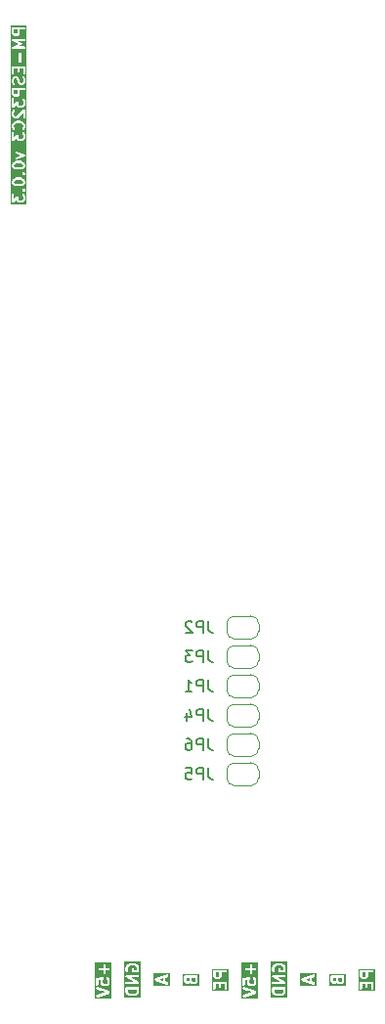
<source format=gbr>
%TF.GenerationSoftware,KiCad,Pcbnew,8.0.6-8.0.6-0~ubuntu24.04.1*%
%TF.CreationDate,2024-12-11T21:38:52+03:00*%
%TF.ProjectId,PM-ESPC3,504d2d45-5350-4433-932e-6b696361645f,rev?*%
%TF.SameCoordinates,Original*%
%TF.FileFunction,Legend,Bot*%
%TF.FilePolarity,Positive*%
%FSLAX46Y46*%
G04 Gerber Fmt 4.6, Leading zero omitted, Abs format (unit mm)*
G04 Created by KiCad (PCBNEW 8.0.6-8.0.6-0~ubuntu24.04.1) date 2024-12-11 21:38:52*
%MOMM*%
%LPD*%
G01*
G04 APERTURE LIST*
G04 Aperture macros list*
%AMFreePoly0*
4,1,19,0.500000,-0.750000,0.000000,-0.750000,0.000000,-0.744911,-0.071157,-0.744911,-0.207708,-0.704816,-0.327430,-0.627875,-0.420627,-0.520320,-0.479746,-0.390866,-0.500000,-0.250000,-0.500000,0.250000,-0.479746,0.390866,-0.420627,0.520320,-0.327430,0.627875,-0.207708,0.704816,-0.071157,0.744911,0.000000,0.744911,0.000000,0.750000,0.500000,0.750000,0.500000,-0.750000,0.500000,-0.750000,
$1*%
%AMFreePoly1*
4,1,19,0.000000,0.744911,0.071157,0.744911,0.207708,0.704816,0.327430,0.627875,0.420627,0.520320,0.479746,0.390866,0.500000,0.250000,0.500000,-0.250000,0.479746,-0.390866,0.420627,-0.520320,0.327430,-0.627875,0.207708,-0.704816,0.071157,-0.744911,0.000000,-0.744911,0.000000,-0.750000,-0.500000,-0.750000,-0.500000,0.750000,0.000000,0.750000,0.000000,0.744911,0.000000,0.744911,
$1*%
G04 Aperture macros list end*
%ADD10C,0.200000*%
%ADD11C,0.150000*%
%ADD12C,0.120000*%
%ADD13R,1.500000X1.500000*%
%ADD14C,1.500000*%
%ADD15O,1.000000X1.700000*%
%ADD16C,1.800000*%
%ADD17C,1.650000*%
%ADD18R,1.700000X1.700000*%
%ADD19O,1.700000X1.700000*%
%ADD20FreePoly0,0.000000*%
%ADD21FreePoly1,0.000000*%
%ADD22FreePoly0,180.000000*%
%ADD23FreePoly1,180.000000*%
G04 APERTURE END LIST*
D10*
G36*
X987219Y-45815440D02*
G01*
X957414Y-45875049D01*
X932746Y-45899716D01*
X873135Y-45929523D01*
X777492Y-45929523D01*
X717882Y-45899718D01*
X698430Y-45880266D01*
X663409Y-45775201D01*
X663409Y-45558095D01*
X987219Y-45558095D01*
X987219Y-45815440D01*
G37*
G36*
X463409Y-45767821D02*
G01*
X433604Y-45827430D01*
X408935Y-45852098D01*
X349326Y-45881904D01*
X301302Y-45881904D01*
X241692Y-45852099D01*
X217024Y-45827430D01*
X187219Y-45767820D01*
X187219Y-45558095D01*
X463409Y-45558095D01*
X463409Y-45767821D01*
G37*
G36*
X1298330Y-46240634D02*
G01*
X-123892Y-46240634D01*
X-123892Y-45458095D01*
X-12781Y-45458095D01*
X-12781Y-45791428D01*
X-10860Y-45810937D01*
X-9485Y-45814257D01*
X-9230Y-45817841D01*
X-2224Y-45836149D01*
X45395Y-45931387D01*
X50680Y-45939783D01*
X51691Y-45942223D01*
X53944Y-45944969D01*
X55838Y-45947977D01*
X57832Y-45949706D01*
X64127Y-45957377D01*
X111746Y-46004995D01*
X119412Y-46011287D01*
X121145Y-46013285D01*
X124153Y-46015178D01*
X126899Y-46017432D01*
X129339Y-46018442D01*
X137736Y-46023728D01*
X232973Y-46071347D01*
X251282Y-46078353D01*
X254865Y-46078607D01*
X258186Y-46079983D01*
X277695Y-46081904D01*
X372933Y-46081904D01*
X392442Y-46079983D01*
X395762Y-46078607D01*
X399346Y-46078353D01*
X417654Y-46071347D01*
X512892Y-46023728D01*
X521288Y-46018442D01*
X523728Y-46017432D01*
X526474Y-46015178D01*
X529482Y-46013285D01*
X531211Y-46011290D01*
X538882Y-46004996D01*
X539670Y-46004207D01*
X540317Y-46004996D01*
X587936Y-46052614D01*
X595602Y-46058906D01*
X597335Y-46060904D01*
X600343Y-46062797D01*
X603089Y-46065051D01*
X605529Y-46066061D01*
X613926Y-46071347D01*
X709163Y-46118966D01*
X727472Y-46125972D01*
X731055Y-46126226D01*
X734376Y-46127602D01*
X753885Y-46129523D01*
X896742Y-46129523D01*
X916251Y-46127602D01*
X919571Y-46126226D01*
X923155Y-46125972D01*
X941463Y-46118966D01*
X1036701Y-46071347D01*
X1045093Y-46066063D01*
X1047537Y-46065052D01*
X1050286Y-46062795D01*
X1053291Y-46060904D01*
X1055020Y-46058909D01*
X1062690Y-46052615D01*
X1110310Y-46004997D01*
X1116603Y-45997328D01*
X1118600Y-45995597D01*
X1120493Y-45992588D01*
X1122747Y-45989843D01*
X1123757Y-45987402D01*
X1129043Y-45979006D01*
X1176662Y-45883769D01*
X1183668Y-45865460D01*
X1183922Y-45861876D01*
X1185298Y-45858556D01*
X1187219Y-45839047D01*
X1187219Y-45458095D01*
X1185298Y-45438586D01*
X1170366Y-45402538D01*
X1142776Y-45374948D01*
X1106728Y-45360016D01*
X1087219Y-45358095D01*
X87219Y-45358095D01*
X67710Y-45360016D01*
X31662Y-45374948D01*
X4072Y-45402538D01*
X-10860Y-45438586D01*
X-12781Y-45458095D01*
X-123892Y-45458095D01*
X-123892Y-45246984D01*
X1298330Y-45246984D01*
X1298330Y-46240634D01*
G37*
G36*
X-11712781Y-45815440D02*
G01*
X-11742586Y-45875049D01*
X-11767254Y-45899716D01*
X-11826865Y-45929523D01*
X-11922508Y-45929523D01*
X-11982118Y-45899718D01*
X-12001570Y-45880266D01*
X-12036591Y-45775201D01*
X-12036591Y-45558095D01*
X-11712781Y-45558095D01*
X-11712781Y-45815440D01*
G37*
G36*
X-12236591Y-45767821D02*
G01*
X-12266396Y-45827430D01*
X-12291065Y-45852098D01*
X-12350674Y-45881904D01*
X-12398698Y-45881904D01*
X-12458308Y-45852099D01*
X-12482976Y-45827430D01*
X-12512781Y-45767820D01*
X-12512781Y-45558095D01*
X-12236591Y-45558095D01*
X-12236591Y-45767821D01*
G37*
G36*
X-11401670Y-46240634D02*
G01*
X-12823892Y-46240634D01*
X-12823892Y-45458095D01*
X-12712781Y-45458095D01*
X-12712781Y-45791428D01*
X-12710860Y-45810937D01*
X-12709485Y-45814257D01*
X-12709230Y-45817841D01*
X-12702224Y-45836149D01*
X-12654605Y-45931387D01*
X-12649320Y-45939783D01*
X-12648309Y-45942223D01*
X-12646056Y-45944969D01*
X-12644162Y-45947977D01*
X-12642168Y-45949706D01*
X-12635873Y-45957377D01*
X-12588254Y-46004995D01*
X-12580588Y-46011287D01*
X-12578855Y-46013285D01*
X-12575847Y-46015178D01*
X-12573101Y-46017432D01*
X-12570661Y-46018442D01*
X-12562264Y-46023728D01*
X-12467027Y-46071347D01*
X-12448718Y-46078353D01*
X-12445135Y-46078607D01*
X-12441814Y-46079983D01*
X-12422305Y-46081904D01*
X-12327067Y-46081904D01*
X-12307558Y-46079983D01*
X-12304238Y-46078607D01*
X-12300654Y-46078353D01*
X-12282346Y-46071347D01*
X-12187108Y-46023728D01*
X-12178712Y-46018442D01*
X-12176272Y-46017432D01*
X-12173526Y-46015178D01*
X-12170518Y-46013285D01*
X-12168789Y-46011290D01*
X-12161118Y-46004996D01*
X-12160330Y-46004207D01*
X-12159683Y-46004996D01*
X-12112064Y-46052614D01*
X-12104398Y-46058906D01*
X-12102665Y-46060904D01*
X-12099657Y-46062797D01*
X-12096911Y-46065051D01*
X-12094471Y-46066061D01*
X-12086074Y-46071347D01*
X-11990837Y-46118966D01*
X-11972528Y-46125972D01*
X-11968945Y-46126226D01*
X-11965624Y-46127602D01*
X-11946115Y-46129523D01*
X-11803258Y-46129523D01*
X-11783749Y-46127602D01*
X-11780429Y-46126226D01*
X-11776845Y-46125972D01*
X-11758537Y-46118966D01*
X-11663299Y-46071347D01*
X-11654907Y-46066063D01*
X-11652463Y-46065052D01*
X-11649714Y-46062795D01*
X-11646709Y-46060904D01*
X-11644980Y-46058909D01*
X-11637310Y-46052615D01*
X-11589690Y-46004997D01*
X-11583397Y-45997328D01*
X-11581400Y-45995597D01*
X-11579507Y-45992588D01*
X-11577253Y-45989843D01*
X-11576243Y-45987402D01*
X-11570957Y-45979006D01*
X-11523338Y-45883769D01*
X-11516332Y-45865460D01*
X-11516078Y-45861876D01*
X-11514702Y-45858556D01*
X-11512781Y-45839047D01*
X-11512781Y-45458095D01*
X-11514702Y-45438586D01*
X-11529634Y-45402538D01*
X-11557224Y-45374948D01*
X-11593272Y-45360016D01*
X-11612781Y-45358095D01*
X-12612781Y-45358095D01*
X-12632290Y-45360016D01*
X-12668338Y-45374948D01*
X-12695928Y-45402538D01*
X-12710860Y-45438586D01*
X-12712781Y-45458095D01*
X-12823892Y-45458095D01*
X-12823892Y-45246984D01*
X-11401670Y-45246984D01*
X-11401670Y-46240634D01*
G37*
G36*
X3051028Y-45363059D02*
G01*
X3021223Y-45422668D01*
X2996554Y-45447336D01*
X2936945Y-45477142D01*
X2841302Y-45477142D01*
X2781692Y-45447337D01*
X2757024Y-45422668D01*
X2727219Y-45363058D01*
X2727219Y-45105714D01*
X3051028Y-45105714D01*
X3051028Y-45363059D01*
G37*
G36*
X3838330Y-46691094D02*
G01*
X2416108Y-46691094D01*
X2416108Y-46005714D01*
X2527219Y-46005714D01*
X2527219Y-46481904D01*
X2529140Y-46501413D01*
X2544072Y-46537461D01*
X2571662Y-46565051D01*
X2607710Y-46579983D01*
X2646728Y-46579983D01*
X2682776Y-46565051D01*
X2710366Y-46537461D01*
X2725298Y-46501413D01*
X2727219Y-46481904D01*
X2727219Y-46105714D01*
X3003409Y-46105714D01*
X3003409Y-46339047D01*
X3005330Y-46358556D01*
X3020262Y-46394604D01*
X3047852Y-46422194D01*
X3083900Y-46437126D01*
X3122918Y-46437126D01*
X3158966Y-46422194D01*
X3186556Y-46394604D01*
X3201488Y-46358556D01*
X3203409Y-46339047D01*
X3203409Y-46105714D01*
X3527219Y-46105714D01*
X3527219Y-46481904D01*
X3529140Y-46501413D01*
X3544072Y-46537461D01*
X3571662Y-46565051D01*
X3607710Y-46579983D01*
X3646728Y-46579983D01*
X3682776Y-46565051D01*
X3710366Y-46537461D01*
X3725298Y-46501413D01*
X3727219Y-46481904D01*
X3727219Y-46005714D01*
X3725298Y-45986205D01*
X3710366Y-45950157D01*
X3682776Y-45922567D01*
X3646728Y-45907635D01*
X3627219Y-45905714D01*
X2627219Y-45905714D01*
X2607710Y-45907635D01*
X2571662Y-45922567D01*
X2544072Y-45950157D01*
X2529140Y-45986205D01*
X2527219Y-46005714D01*
X2416108Y-46005714D01*
X2416108Y-45005714D01*
X2527219Y-45005714D01*
X2527219Y-45386666D01*
X2529140Y-45406175D01*
X2530515Y-45409495D01*
X2530770Y-45413079D01*
X2537776Y-45431387D01*
X2585395Y-45526625D01*
X2590680Y-45535021D01*
X2591691Y-45537461D01*
X2593944Y-45540207D01*
X2595838Y-45543215D01*
X2597832Y-45544944D01*
X2604127Y-45552615D01*
X2651746Y-45600233D01*
X2659412Y-45606525D01*
X2661145Y-45608523D01*
X2664153Y-45610416D01*
X2666899Y-45612670D01*
X2669339Y-45613680D01*
X2677736Y-45618966D01*
X2772973Y-45666585D01*
X2791282Y-45673591D01*
X2794865Y-45673845D01*
X2798186Y-45675221D01*
X2817695Y-45677142D01*
X2960552Y-45677142D01*
X2980061Y-45675221D01*
X2983381Y-45673845D01*
X2986965Y-45673591D01*
X3005273Y-45666585D01*
X3100511Y-45618966D01*
X3108907Y-45613680D01*
X3111347Y-45612670D01*
X3114093Y-45610416D01*
X3117101Y-45608523D01*
X3118830Y-45606528D01*
X3126501Y-45600234D01*
X3174119Y-45552615D01*
X3180411Y-45544948D01*
X3182409Y-45543216D01*
X3184302Y-45540207D01*
X3186556Y-45537462D01*
X3187566Y-45535021D01*
X3192852Y-45526625D01*
X3240471Y-45431388D01*
X3247477Y-45413079D01*
X3247731Y-45409495D01*
X3249107Y-45406175D01*
X3251028Y-45386666D01*
X3251028Y-45105714D01*
X3627219Y-45105714D01*
X3646728Y-45103793D01*
X3682776Y-45088861D01*
X3710366Y-45061271D01*
X3725298Y-45025223D01*
X3725298Y-44986205D01*
X3710366Y-44950157D01*
X3682776Y-44922567D01*
X3646728Y-44907635D01*
X3627219Y-44905714D01*
X2627219Y-44905714D01*
X2607710Y-44907635D01*
X2571662Y-44922567D01*
X2544072Y-44950157D01*
X2529140Y-44986205D01*
X2527219Y-45005714D01*
X2416108Y-45005714D01*
X2416108Y-44794603D01*
X3838330Y-44794603D01*
X3838330Y-46691094D01*
G37*
G36*
X-9648972Y-45363059D02*
G01*
X-9678777Y-45422668D01*
X-9703446Y-45447336D01*
X-9763055Y-45477142D01*
X-9858698Y-45477142D01*
X-9918308Y-45447337D01*
X-9942976Y-45422668D01*
X-9972781Y-45363058D01*
X-9972781Y-45105714D01*
X-9648972Y-45105714D01*
X-9648972Y-45363059D01*
G37*
G36*
X-8861670Y-46691094D02*
G01*
X-10283892Y-46691094D01*
X-10283892Y-46005714D01*
X-10172781Y-46005714D01*
X-10172781Y-46481904D01*
X-10170860Y-46501413D01*
X-10155928Y-46537461D01*
X-10128338Y-46565051D01*
X-10092290Y-46579983D01*
X-10053272Y-46579983D01*
X-10017224Y-46565051D01*
X-9989634Y-46537461D01*
X-9974702Y-46501413D01*
X-9972781Y-46481904D01*
X-9972781Y-46105714D01*
X-9696591Y-46105714D01*
X-9696591Y-46339047D01*
X-9694670Y-46358556D01*
X-9679738Y-46394604D01*
X-9652148Y-46422194D01*
X-9616100Y-46437126D01*
X-9577082Y-46437126D01*
X-9541034Y-46422194D01*
X-9513444Y-46394604D01*
X-9498512Y-46358556D01*
X-9496591Y-46339047D01*
X-9496591Y-46105714D01*
X-9172781Y-46105714D01*
X-9172781Y-46481904D01*
X-9170860Y-46501413D01*
X-9155928Y-46537461D01*
X-9128338Y-46565051D01*
X-9092290Y-46579983D01*
X-9053272Y-46579983D01*
X-9017224Y-46565051D01*
X-8989634Y-46537461D01*
X-8974702Y-46501413D01*
X-8972781Y-46481904D01*
X-8972781Y-46005714D01*
X-8974702Y-45986205D01*
X-8989634Y-45950157D01*
X-9017224Y-45922567D01*
X-9053272Y-45907635D01*
X-9072781Y-45905714D01*
X-10072781Y-45905714D01*
X-10092290Y-45907635D01*
X-10128338Y-45922567D01*
X-10155928Y-45950157D01*
X-10170860Y-45986205D01*
X-10172781Y-46005714D01*
X-10283892Y-46005714D01*
X-10283892Y-45005714D01*
X-10172781Y-45005714D01*
X-10172781Y-45386666D01*
X-10170860Y-45406175D01*
X-10169485Y-45409495D01*
X-10169230Y-45413079D01*
X-10162224Y-45431387D01*
X-10114605Y-45526625D01*
X-10109320Y-45535021D01*
X-10108309Y-45537461D01*
X-10106056Y-45540207D01*
X-10104162Y-45543215D01*
X-10102168Y-45544944D01*
X-10095873Y-45552615D01*
X-10048254Y-45600233D01*
X-10040588Y-45606525D01*
X-10038855Y-45608523D01*
X-10035847Y-45610416D01*
X-10033101Y-45612670D01*
X-10030661Y-45613680D01*
X-10022264Y-45618966D01*
X-9927027Y-45666585D01*
X-9908718Y-45673591D01*
X-9905135Y-45673845D01*
X-9901814Y-45675221D01*
X-9882305Y-45677142D01*
X-9739448Y-45677142D01*
X-9719939Y-45675221D01*
X-9716619Y-45673845D01*
X-9713035Y-45673591D01*
X-9694727Y-45666585D01*
X-9599489Y-45618966D01*
X-9591093Y-45613680D01*
X-9588653Y-45612670D01*
X-9585907Y-45610416D01*
X-9582899Y-45608523D01*
X-9581170Y-45606528D01*
X-9573499Y-45600234D01*
X-9525881Y-45552615D01*
X-9519589Y-45544948D01*
X-9517591Y-45543216D01*
X-9515698Y-45540207D01*
X-9513444Y-45537462D01*
X-9512434Y-45535021D01*
X-9507148Y-45526625D01*
X-9459529Y-45431388D01*
X-9452523Y-45413079D01*
X-9452269Y-45409495D01*
X-9450893Y-45406175D01*
X-9448972Y-45386666D01*
X-9448972Y-45105714D01*
X-9072781Y-45105714D01*
X-9053272Y-45103793D01*
X-9017224Y-45088861D01*
X-8989634Y-45061271D01*
X-8974702Y-45025223D01*
X-8974702Y-44986205D01*
X-8989634Y-44950157D01*
X-9017224Y-44922567D01*
X-9053272Y-44907635D01*
X-9072781Y-44905714D01*
X-10072781Y-44905714D01*
X-10092290Y-44907635D01*
X-10128338Y-44922567D01*
X-10155928Y-44950157D01*
X-10170860Y-44986205D01*
X-10172781Y-45005714D01*
X-10283892Y-45005714D01*
X-10283892Y-44794603D01*
X-8861670Y-44794603D01*
X-8861670Y-46691094D01*
G37*
G36*
X-26773163Y23488357D02*
G01*
X-26702254Y23452902D01*
X-26677586Y23428235D01*
X-26647781Y23368625D01*
X-26647781Y23320601D01*
X-26677586Y23260992D01*
X-26702254Y23236325D01*
X-26773163Y23200870D01*
X-26941044Y23158899D01*
X-27154520Y23158899D01*
X-27322401Y23200870D01*
X-27393308Y23236323D01*
X-27417976Y23260992D01*
X-27447781Y23320602D01*
X-27447781Y23368625D01*
X-27417976Y23428235D01*
X-27393308Y23452904D01*
X-27322401Y23488357D01*
X-27154520Y23530327D01*
X-26941044Y23530327D01*
X-26773163Y23488357D01*
G37*
G36*
X-26773163Y24916928D02*
G01*
X-26702254Y24881473D01*
X-26677586Y24856806D01*
X-26647781Y24797196D01*
X-26647781Y24749172D01*
X-26677586Y24689563D01*
X-26702254Y24664896D01*
X-26773163Y24629441D01*
X-26941044Y24587470D01*
X-27154520Y24587470D01*
X-27322401Y24629441D01*
X-27393308Y24664894D01*
X-27417976Y24689563D01*
X-27447781Y24749173D01*
X-27447781Y24797196D01*
X-27417976Y24856806D01*
X-27393308Y24881475D01*
X-27322401Y24916928D01*
X-27154520Y24958898D01*
X-26941044Y24958898D01*
X-26773163Y24916928D01*
G37*
G36*
X-27123972Y31034887D02*
G01*
X-27153777Y30975278D01*
X-27178446Y30950610D01*
X-27238055Y30920804D01*
X-27333698Y30920804D01*
X-27393308Y30950609D01*
X-27417976Y30975278D01*
X-27447781Y31034888D01*
X-27447781Y31292232D01*
X-27123972Y31292232D01*
X-27123972Y31034887D01*
G37*
G36*
X-27123972Y36272982D02*
G01*
X-27153777Y36213373D01*
X-27178446Y36188705D01*
X-27238055Y36158899D01*
X-27333698Y36158899D01*
X-27393308Y36188704D01*
X-27417976Y36213373D01*
X-27447781Y36272983D01*
X-27447781Y36530327D01*
X-27123972Y36530327D01*
X-27123972Y36272982D01*
G37*
G36*
X-26336670Y21419217D02*
G01*
X-27758892Y21419217D01*
X-27758892Y22249375D01*
X-27647781Y22249375D01*
X-27647781Y21630328D01*
X-27646766Y21620011D01*
X-27646940Y21617386D01*
X-27646329Y21615579D01*
X-27645860Y21610819D01*
X-27639645Y21595814D01*
X-27634440Y21580425D01*
X-27632219Y21577886D01*
X-27630928Y21574771D01*
X-27619444Y21563287D01*
X-27608746Y21551061D01*
X-27605723Y21549566D01*
X-27603338Y21547181D01*
X-27588332Y21540965D01*
X-27573771Y21533764D01*
X-27570406Y21533540D01*
X-27567290Y21532249D01*
X-27551042Y21532249D01*
X-27534839Y21531169D01*
X-27531646Y21532249D01*
X-27528272Y21532249D01*
X-27513267Y21538465D01*
X-27497878Y21543669D01*
X-27493988Y21546451D01*
X-27492224Y21547181D01*
X-27490365Y21549041D01*
X-27481931Y21555070D01*
X-27248077Y21759693D01*
X-27208653Y21680845D01*
X-27203368Y21672449D01*
X-27202357Y21670009D01*
X-27200104Y21667263D01*
X-27198210Y21664255D01*
X-27196216Y21662526D01*
X-27189921Y21654855D01*
X-27142302Y21607237D01*
X-27134636Y21600945D01*
X-27132903Y21598947D01*
X-27129895Y21597054D01*
X-27127149Y21594800D01*
X-27124709Y21593790D01*
X-27116312Y21588504D01*
X-27021075Y21540885D01*
X-27002766Y21533879D01*
X-26999183Y21533625D01*
X-26995862Y21532249D01*
X-26976353Y21530328D01*
X-26738258Y21530328D01*
X-26718749Y21532249D01*
X-26715429Y21533625D01*
X-26711845Y21533879D01*
X-26693537Y21540885D01*
X-26598299Y21588504D01*
X-26589907Y21593788D01*
X-26587463Y21594799D01*
X-26584714Y21597056D01*
X-26581709Y21598947D01*
X-26579980Y21600942D01*
X-26572310Y21607236D01*
X-26524690Y21654854D01*
X-26518397Y21662523D01*
X-26516400Y21664254D01*
X-26514507Y21667263D01*
X-26512253Y21670008D01*
X-26511243Y21672449D01*
X-26505957Y21680845D01*
X-26458338Y21776082D01*
X-26451332Y21794391D01*
X-26451078Y21797975D01*
X-26449702Y21801295D01*
X-26447781Y21820804D01*
X-26447781Y22106518D01*
X-26449702Y22126027D01*
X-26451078Y22129348D01*
X-26451332Y22132931D01*
X-26458338Y22151240D01*
X-26505957Y22246477D01*
X-26511243Y22254874D01*
X-26512253Y22257314D01*
X-26514507Y22260060D01*
X-26516400Y22263068D01*
X-26518397Y22264800D01*
X-26524690Y22272468D01*
X-26572310Y22320086D01*
X-26587463Y22332523D01*
X-26623512Y22347454D01*
X-26662530Y22347453D01*
X-26698578Y22332522D01*
X-26726168Y22304932D01*
X-26741099Y22268883D01*
X-26741098Y22229865D01*
X-26726167Y22193817D01*
X-26713730Y22178664D01*
X-26677586Y22142521D01*
X-26647781Y22082911D01*
X-26647781Y21844411D01*
X-26677586Y21784802D01*
X-26702254Y21760135D01*
X-26761865Y21730328D01*
X-26952746Y21730328D01*
X-27012356Y21760133D01*
X-27037024Y21784802D01*
X-27066829Y21844412D01*
X-27066829Y21963661D01*
X-27067845Y21973979D01*
X-27067670Y21976603D01*
X-27068282Y21978411D01*
X-27068750Y21983170D01*
X-27074965Y21998174D01*
X-27080170Y22013565D01*
X-27082393Y22016105D01*
X-27083682Y22019218D01*
X-27095160Y22030696D01*
X-27105864Y22042929D01*
X-27108889Y22044425D01*
X-27111272Y22046808D01*
X-27126274Y22053023D01*
X-27140839Y22060225D01*
X-27144205Y22060450D01*
X-27147320Y22061740D01*
X-27163568Y22061740D01*
X-27179771Y22062820D01*
X-27182964Y22061740D01*
X-27186338Y22061740D01*
X-27201344Y22055525D01*
X-27216732Y22050320D01*
X-27220623Y22047539D01*
X-27222386Y22046808D01*
X-27224246Y22044949D01*
X-27232679Y22038919D01*
X-27447781Y21850705D01*
X-27447781Y22249375D01*
X-27449702Y22268884D01*
X-27464634Y22304932D01*
X-27492224Y22332522D01*
X-27528272Y22347454D01*
X-27567290Y22347454D01*
X-27603338Y22332522D01*
X-27630928Y22304932D01*
X-27645860Y22268884D01*
X-27647781Y22249375D01*
X-27758892Y22249375D01*
X-27758892Y22649836D01*
X-26741099Y22649836D01*
X-26741099Y22610818D01*
X-26739615Y22607235D01*
X-26726168Y22574770D01*
X-26726167Y22574769D01*
X-26713730Y22559616D01*
X-26666110Y22511997D01*
X-26650957Y22499560D01*
X-26625467Y22489003D01*
X-26614909Y22484629D01*
X-26614908Y22484629D01*
X-26575891Y22484629D01*
X-26554774Y22493377D01*
X-26539842Y22499561D01*
X-26539838Y22499566D01*
X-26524689Y22511997D01*
X-26477071Y22559616D01*
X-26464634Y22574769D01*
X-26453265Y22602217D01*
X-26449702Y22610818D01*
X-26449702Y22649836D01*
X-26464634Y22685884D01*
X-26464634Y22685885D01*
X-26477071Y22701038D01*
X-26524689Y22748657D01*
X-26539838Y22761089D01*
X-26539842Y22761093D01*
X-26554774Y22767278D01*
X-26575891Y22776025D01*
X-26614909Y22776025D01*
X-26625467Y22771652D01*
X-26650957Y22761094D01*
X-26666110Y22748657D01*
X-26713730Y22701038D01*
X-26726167Y22685885D01*
X-26726168Y22685884D01*
X-26736726Y22660394D01*
X-26741099Y22649836D01*
X-27758892Y22649836D01*
X-27758892Y23392232D01*
X-27647781Y23392232D01*
X-27647781Y23296994D01*
X-27645860Y23277485D01*
X-27644485Y23274165D01*
X-27644230Y23270581D01*
X-27637224Y23252273D01*
X-27589605Y23157035D01*
X-27584320Y23148639D01*
X-27583309Y23146199D01*
X-27581056Y23143453D01*
X-27579162Y23140445D01*
X-27577168Y23138716D01*
X-27570873Y23131045D01*
X-27523254Y23083427D01*
X-27515588Y23077135D01*
X-27513855Y23075137D01*
X-27510847Y23073244D01*
X-27508101Y23070990D01*
X-27505661Y23069980D01*
X-27497264Y23064694D01*
X-27402027Y23017075D01*
X-27400599Y23016529D01*
X-27400019Y23016099D01*
X-27391843Y23013178D01*
X-27383718Y23010069D01*
X-27382998Y23010018D01*
X-27381559Y23009504D01*
X-27191083Y22961885D01*
X-27187702Y22961385D01*
X-27186338Y22960820D01*
X-27178988Y22960097D01*
X-27171690Y22959017D01*
X-27170232Y22959235D01*
X-27166829Y22958899D01*
X-26928734Y22958899D01*
X-26925332Y22959235D01*
X-26923873Y22959017D01*
X-26916576Y22960097D01*
X-26909225Y22960820D01*
X-26907862Y22961385D01*
X-26904480Y22961885D01*
X-26714005Y23009504D01*
X-26712568Y23010018D01*
X-26711845Y23010069D01*
X-26703721Y23013178D01*
X-26695544Y23016099D01*
X-26694964Y23016530D01*
X-26693537Y23017075D01*
X-26598299Y23064694D01*
X-26589907Y23069978D01*
X-26587463Y23070989D01*
X-26584714Y23073246D01*
X-26581709Y23075137D01*
X-26579980Y23077132D01*
X-26572310Y23083426D01*
X-26524690Y23131044D01*
X-26518397Y23138713D01*
X-26516400Y23140444D01*
X-26514507Y23143453D01*
X-26512253Y23146198D01*
X-26511243Y23148639D01*
X-26505957Y23157035D01*
X-26458338Y23252272D01*
X-26451332Y23270581D01*
X-26451078Y23274165D01*
X-26449702Y23277485D01*
X-26447781Y23296994D01*
X-26447781Y23392232D01*
X-26449702Y23411741D01*
X-26451078Y23415062D01*
X-26451332Y23418645D01*
X-26458338Y23436954D01*
X-26505957Y23532191D01*
X-26511243Y23540588D01*
X-26512253Y23543028D01*
X-26514507Y23545774D01*
X-26516400Y23548782D01*
X-26518397Y23550514D01*
X-26524690Y23558182D01*
X-26572310Y23605800D01*
X-26579980Y23612095D01*
X-26581709Y23614089D01*
X-26584714Y23615981D01*
X-26587463Y23618237D01*
X-26589907Y23619249D01*
X-26598299Y23624532D01*
X-26693537Y23672151D01*
X-26694964Y23672697D01*
X-26695544Y23673127D01*
X-26703721Y23676049D01*
X-26711845Y23679157D01*
X-26712568Y23679209D01*
X-26714005Y23679722D01*
X-26904480Y23727341D01*
X-26907862Y23727842D01*
X-26909225Y23728406D01*
X-26916576Y23729130D01*
X-26923873Y23730209D01*
X-26925332Y23729992D01*
X-26928734Y23730327D01*
X-27166829Y23730327D01*
X-27170232Y23729992D01*
X-27171690Y23730209D01*
X-27178988Y23729130D01*
X-27186338Y23728406D01*
X-27187702Y23727842D01*
X-27191083Y23727341D01*
X-27381559Y23679722D01*
X-27382998Y23679209D01*
X-27383718Y23679157D01*
X-27391843Y23676049D01*
X-27400019Y23673127D01*
X-27400599Y23672698D01*
X-27402027Y23672151D01*
X-27497264Y23624532D01*
X-27505661Y23619247D01*
X-27508101Y23618236D01*
X-27510847Y23615983D01*
X-27513855Y23614089D01*
X-27515588Y23612092D01*
X-27523254Y23605799D01*
X-27570873Y23558181D01*
X-27577168Y23550511D01*
X-27579162Y23548781D01*
X-27581056Y23545774D01*
X-27583309Y23543027D01*
X-27584320Y23540588D01*
X-27589605Y23532191D01*
X-27637224Y23436953D01*
X-27644230Y23418645D01*
X-27644485Y23415062D01*
X-27645860Y23411741D01*
X-27647781Y23392232D01*
X-27758892Y23392232D01*
X-27758892Y24078407D01*
X-26741099Y24078407D01*
X-26741099Y24039389D01*
X-26739615Y24035806D01*
X-26726168Y24003341D01*
X-26726167Y24003340D01*
X-26713730Y23988187D01*
X-26666110Y23940568D01*
X-26650957Y23928131D01*
X-26625467Y23917574D01*
X-26614909Y23913200D01*
X-26614908Y23913200D01*
X-26575891Y23913200D01*
X-26554774Y23921948D01*
X-26539842Y23928132D01*
X-26539838Y23928137D01*
X-26524689Y23940568D01*
X-26477071Y23988187D01*
X-26464634Y24003340D01*
X-26453265Y24030788D01*
X-26449702Y24039389D01*
X-26449702Y24078407D01*
X-26464634Y24114455D01*
X-26464634Y24114456D01*
X-26477071Y24129609D01*
X-26524689Y24177228D01*
X-26539838Y24189660D01*
X-26539842Y24189664D01*
X-26554774Y24195849D01*
X-26575891Y24204596D01*
X-26614909Y24204596D01*
X-26625467Y24200223D01*
X-26650957Y24189665D01*
X-26666110Y24177228D01*
X-26713730Y24129609D01*
X-26726167Y24114456D01*
X-26726168Y24114455D01*
X-26736726Y24088965D01*
X-26741099Y24078407D01*
X-27758892Y24078407D01*
X-27758892Y24820803D01*
X-27647781Y24820803D01*
X-27647781Y24725565D01*
X-27645860Y24706056D01*
X-27644485Y24702736D01*
X-27644230Y24699152D01*
X-27637224Y24680844D01*
X-27589605Y24585606D01*
X-27584320Y24577210D01*
X-27583309Y24574770D01*
X-27581056Y24572024D01*
X-27579162Y24569016D01*
X-27577168Y24567287D01*
X-27570873Y24559616D01*
X-27523254Y24511998D01*
X-27515588Y24505706D01*
X-27513855Y24503708D01*
X-27510847Y24501815D01*
X-27508101Y24499561D01*
X-27505661Y24498551D01*
X-27497264Y24493265D01*
X-27402027Y24445646D01*
X-27400599Y24445100D01*
X-27400019Y24444670D01*
X-27391843Y24441749D01*
X-27383718Y24438640D01*
X-27382998Y24438589D01*
X-27381559Y24438075D01*
X-27191083Y24390456D01*
X-27187702Y24389956D01*
X-27186338Y24389391D01*
X-27178988Y24388668D01*
X-27171690Y24387588D01*
X-27170232Y24387806D01*
X-27166829Y24387470D01*
X-26928734Y24387470D01*
X-26925332Y24387806D01*
X-26923873Y24387588D01*
X-26916576Y24388668D01*
X-26909225Y24389391D01*
X-26907862Y24389956D01*
X-26904480Y24390456D01*
X-26714005Y24438075D01*
X-26712568Y24438589D01*
X-26711845Y24438640D01*
X-26703721Y24441749D01*
X-26695544Y24444670D01*
X-26694964Y24445101D01*
X-26693537Y24445646D01*
X-26598299Y24493265D01*
X-26589907Y24498549D01*
X-26587463Y24499560D01*
X-26584714Y24501817D01*
X-26581709Y24503708D01*
X-26579980Y24505703D01*
X-26572310Y24511997D01*
X-26524690Y24559615D01*
X-26518397Y24567284D01*
X-26516400Y24569015D01*
X-26514507Y24572024D01*
X-26512253Y24574769D01*
X-26511243Y24577210D01*
X-26505957Y24585606D01*
X-26458338Y24680843D01*
X-26451332Y24699152D01*
X-26451078Y24702736D01*
X-26449702Y24706056D01*
X-26447781Y24725565D01*
X-26447781Y24820803D01*
X-26449702Y24840312D01*
X-26451078Y24843633D01*
X-26451332Y24847216D01*
X-26458338Y24865525D01*
X-26505957Y24960762D01*
X-26511243Y24969159D01*
X-26512253Y24971599D01*
X-26514507Y24974345D01*
X-26516400Y24977353D01*
X-26518397Y24979085D01*
X-26524690Y24986753D01*
X-26572310Y25034371D01*
X-26579980Y25040666D01*
X-26581709Y25042660D01*
X-26584714Y25044552D01*
X-26587463Y25046808D01*
X-26589907Y25047820D01*
X-26598299Y25053103D01*
X-26693537Y25100722D01*
X-26694964Y25101268D01*
X-26695544Y25101698D01*
X-26703721Y25104620D01*
X-26711845Y25107728D01*
X-26712568Y25107780D01*
X-26714005Y25108293D01*
X-26904480Y25155912D01*
X-26907862Y25156413D01*
X-26909225Y25156977D01*
X-26916576Y25157701D01*
X-26923873Y25158780D01*
X-26925332Y25158563D01*
X-26928734Y25158898D01*
X-27166829Y25158898D01*
X-27170232Y25158563D01*
X-27171690Y25158780D01*
X-27178988Y25157701D01*
X-27186338Y25156977D01*
X-27187702Y25156413D01*
X-27191083Y25155912D01*
X-27381559Y25108293D01*
X-27382998Y25107780D01*
X-27383718Y25107728D01*
X-27391843Y25104620D01*
X-27400019Y25101698D01*
X-27400599Y25101269D01*
X-27402027Y25100722D01*
X-27497264Y25053103D01*
X-27505661Y25047818D01*
X-27508101Y25046807D01*
X-27510847Y25044554D01*
X-27513855Y25042660D01*
X-27515588Y25040663D01*
X-27523254Y25034370D01*
X-27570873Y24986752D01*
X-27577168Y24979082D01*
X-27579162Y24977352D01*
X-27581056Y24974345D01*
X-27583309Y24971598D01*
X-27584320Y24969159D01*
X-27589605Y24960762D01*
X-27637224Y24865524D01*
X-27644230Y24847216D01*
X-27644485Y24843633D01*
X-27645860Y24840312D01*
X-27647781Y24820803D01*
X-27758892Y24820803D01*
X-27758892Y25883037D01*
X-27313375Y25883037D01*
X-27311437Y25844067D01*
X-27294734Y25808805D01*
X-27265808Y25782618D01*
X-27248082Y25774248D01*
X-26845103Y25630327D01*
X-27248082Y25486406D01*
X-27265808Y25478036D01*
X-27294734Y25451849D01*
X-27311437Y25416587D01*
X-27313375Y25377617D01*
X-27300252Y25340872D01*
X-27274065Y25311946D01*
X-27238803Y25295243D01*
X-27199833Y25293305D01*
X-27180814Y25298058D01*
X-26514148Y25536153D01*
X-26496421Y25544523D01*
X-26492699Y25547894D01*
X-26488164Y25550041D01*
X-26478343Y25560891D01*
X-26467496Y25570710D01*
X-26465349Y25575245D01*
X-26461978Y25578967D01*
X-26457057Y25592749D01*
X-26450792Y25605972D01*
X-26450543Y25610987D01*
X-26448855Y25615712D01*
X-26449582Y25630327D01*
X-26448855Y25644942D01*
X-26450543Y25649668D01*
X-26450792Y25654682D01*
X-26457057Y25667906D01*
X-26461978Y25681687D01*
X-26465349Y25685410D01*
X-26467496Y25689944D01*
X-26478343Y25699764D01*
X-26488164Y25710613D01*
X-26492699Y25712761D01*
X-26496421Y25716131D01*
X-26514148Y25724501D01*
X-27180814Y25962596D01*
X-27199833Y25967349D01*
X-27238803Y25965411D01*
X-27274065Y25948708D01*
X-27300252Y25919782D01*
X-27313375Y25883037D01*
X-27758892Y25883037D01*
X-27758892Y27582708D01*
X-27647781Y27582708D01*
X-27647781Y26963661D01*
X-27646766Y26953344D01*
X-27646940Y26950719D01*
X-27646329Y26948912D01*
X-27645860Y26944152D01*
X-27639645Y26929147D01*
X-27634440Y26913758D01*
X-27632219Y26911219D01*
X-27630928Y26908104D01*
X-27619444Y26896620D01*
X-27608746Y26884394D01*
X-27605723Y26882899D01*
X-27603338Y26880514D01*
X-27588332Y26874298D01*
X-27573771Y26867097D01*
X-27570406Y26866873D01*
X-27567290Y26865582D01*
X-27551042Y26865582D01*
X-27534839Y26864502D01*
X-27531646Y26865582D01*
X-27528272Y26865582D01*
X-27513267Y26871798D01*
X-27497878Y26877002D01*
X-27493988Y26879784D01*
X-27492224Y26880514D01*
X-27490365Y26882374D01*
X-27481931Y26888403D01*
X-27248077Y27093026D01*
X-27208653Y27014178D01*
X-27203368Y27005782D01*
X-27202357Y27003342D01*
X-27200104Y27000596D01*
X-27198210Y26997588D01*
X-27196216Y26995859D01*
X-27189921Y26988188D01*
X-27142302Y26940570D01*
X-27134636Y26934278D01*
X-27132903Y26932280D01*
X-27129895Y26930387D01*
X-27127149Y26928133D01*
X-27124709Y26927123D01*
X-27116312Y26921837D01*
X-27021075Y26874218D01*
X-27002766Y26867212D01*
X-26999183Y26866958D01*
X-26995862Y26865582D01*
X-26976353Y26863661D01*
X-26738258Y26863661D01*
X-26718749Y26865582D01*
X-26715429Y26866958D01*
X-26711845Y26867212D01*
X-26693537Y26874218D01*
X-26598299Y26921837D01*
X-26589907Y26927121D01*
X-26587463Y26928132D01*
X-26584714Y26930389D01*
X-26581709Y26932280D01*
X-26579980Y26934275D01*
X-26572310Y26940569D01*
X-26524690Y26988187D01*
X-26518397Y26995856D01*
X-26516400Y26997587D01*
X-26514507Y27000596D01*
X-26512253Y27003341D01*
X-26511243Y27005782D01*
X-26505957Y27014178D01*
X-26458338Y27109415D01*
X-26451332Y27127724D01*
X-26451078Y27131308D01*
X-26449702Y27134628D01*
X-26447781Y27154137D01*
X-26447781Y27439851D01*
X-26449702Y27459360D01*
X-26451078Y27462681D01*
X-26451332Y27466264D01*
X-26458338Y27484573D01*
X-26505957Y27579810D01*
X-26511243Y27588207D01*
X-26512253Y27590647D01*
X-26514507Y27593393D01*
X-26516400Y27596401D01*
X-26518397Y27598133D01*
X-26524690Y27605801D01*
X-26572310Y27653419D01*
X-26587463Y27665856D01*
X-26623512Y27680787D01*
X-26662530Y27680786D01*
X-26698578Y27665855D01*
X-26726168Y27638265D01*
X-26741099Y27602216D01*
X-26741098Y27563198D01*
X-26726167Y27527150D01*
X-26713730Y27511997D01*
X-26677586Y27475854D01*
X-26647781Y27416244D01*
X-26647781Y27177744D01*
X-26677586Y27118135D01*
X-26702254Y27093468D01*
X-26761865Y27063661D01*
X-26952746Y27063661D01*
X-27012356Y27093466D01*
X-27037024Y27118135D01*
X-27066829Y27177745D01*
X-27066829Y27296994D01*
X-27067845Y27307312D01*
X-27067670Y27309936D01*
X-27068282Y27311744D01*
X-27068750Y27316503D01*
X-27074965Y27331507D01*
X-27080170Y27346898D01*
X-27082393Y27349438D01*
X-27083682Y27352551D01*
X-27095160Y27364029D01*
X-27105864Y27376262D01*
X-27108889Y27377758D01*
X-27111272Y27380141D01*
X-27126274Y27386356D01*
X-27140839Y27393558D01*
X-27144205Y27393783D01*
X-27147320Y27395073D01*
X-27163568Y27395073D01*
X-27179771Y27396153D01*
X-27182964Y27395073D01*
X-27186338Y27395073D01*
X-27201344Y27388858D01*
X-27216732Y27383653D01*
X-27220623Y27380872D01*
X-27222386Y27380141D01*
X-27224246Y27378282D01*
X-27232679Y27372252D01*
X-27447781Y27184038D01*
X-27447781Y27582708D01*
X-27449702Y27602217D01*
X-27464634Y27638265D01*
X-27492224Y27665855D01*
X-27528272Y27680787D01*
X-27567290Y27680787D01*
X-27603338Y27665855D01*
X-27630928Y27638265D01*
X-27645860Y27602217D01*
X-27647781Y27582708D01*
X-27758892Y27582708D01*
X-27758892Y28201756D01*
X-27647781Y28201756D01*
X-27647781Y28106518D01*
X-27646809Y28096645D01*
X-27646996Y28094011D01*
X-27646209Y28090548D01*
X-27645860Y28087009D01*
X-27644849Y28084567D01*
X-27642649Y28074895D01*
X-27595030Y27932039D01*
X-27587039Y27914138D01*
X-27584684Y27911423D01*
X-27583309Y27908104D01*
X-27570873Y27892950D01*
X-27523254Y27845332D01*
X-27508101Y27832895D01*
X-27472052Y27817964D01*
X-27433034Y27817964D01*
X-27396986Y27832895D01*
X-27369396Y27860485D01*
X-27354465Y27896533D01*
X-27354465Y27935551D01*
X-27369396Y27971600D01*
X-27381833Y27986753D01*
X-27412760Y28017680D01*
X-27447781Y28122745D01*
X-27447781Y28185529D01*
X-27412760Y28290594D01*
X-27345687Y28357666D01*
X-27274782Y28393119D01*
X-27106901Y28435089D01*
X-26988663Y28435089D01*
X-26820782Y28393119D01*
X-26749873Y28357665D01*
X-26682803Y28290595D01*
X-26647781Y28185530D01*
X-26647781Y28122745D01*
X-26682803Y28017680D01*
X-26713730Y27986753D01*
X-26726167Y27971600D01*
X-26741098Y27935552D01*
X-26741099Y27896534D01*
X-26726168Y27860485D01*
X-26698578Y27832895D01*
X-26662530Y27817964D01*
X-26623512Y27817963D01*
X-26587463Y27832894D01*
X-26572310Y27845331D01*
X-26524690Y27892949D01*
X-26512253Y27908103D01*
X-26510878Y27911423D01*
X-26508523Y27914138D01*
X-26500532Y27932038D01*
X-26452913Y28074895D01*
X-26450714Y28084568D01*
X-26449702Y28087009D01*
X-26449354Y28090547D01*
X-26448566Y28094010D01*
X-26448754Y28096645D01*
X-26447781Y28106518D01*
X-26447781Y28201756D01*
X-26448754Y28211630D01*
X-26448566Y28214264D01*
X-26449354Y28217728D01*
X-26449702Y28221265D01*
X-26450714Y28223707D01*
X-26452913Y28233379D01*
X-26500532Y28376236D01*
X-26508523Y28394136D01*
X-26510878Y28396852D01*
X-26512253Y28400171D01*
X-26524689Y28415324D01*
X-26619929Y28510562D01*
X-26627599Y28516857D01*
X-26629328Y28518851D01*
X-26632333Y28520743D01*
X-26635082Y28522999D01*
X-26637526Y28524012D01*
X-26645918Y28529294D01*
X-26741156Y28576913D01*
X-26742583Y28577459D01*
X-26743163Y28577889D01*
X-26751340Y28580811D01*
X-26759464Y28583919D01*
X-26760187Y28583971D01*
X-26761624Y28584484D01*
X-26952099Y28632103D01*
X-26955481Y28632604D01*
X-26956844Y28633168D01*
X-26964195Y28633892D01*
X-26971492Y28634971D01*
X-26972951Y28634754D01*
X-26976353Y28635089D01*
X-27119210Y28635089D01*
X-27122613Y28634754D01*
X-27124071Y28634971D01*
X-27131369Y28633892D01*
X-27138719Y28633168D01*
X-27140083Y28632604D01*
X-27143464Y28632103D01*
X-27333940Y28584484D01*
X-27335379Y28583971D01*
X-27336099Y28583919D01*
X-27344224Y28580811D01*
X-27352400Y28577889D01*
X-27352980Y28577460D01*
X-27354408Y28576913D01*
X-27449645Y28529294D01*
X-27458044Y28524008D01*
X-27460481Y28522998D01*
X-27463225Y28520747D01*
X-27466236Y28518851D01*
X-27467969Y28516854D01*
X-27475635Y28510562D01*
X-27570873Y28415324D01*
X-27583309Y28400170D01*
X-27584684Y28396852D01*
X-27587039Y28394136D01*
X-27595030Y28376235D01*
X-27642649Y28233379D01*
X-27644849Y28223708D01*
X-27645860Y28221265D01*
X-27646209Y28217727D01*
X-27646996Y28214263D01*
X-27646809Y28211630D01*
X-27647781Y28201756D01*
X-27758892Y28201756D01*
X-27758892Y29344613D01*
X-27647781Y29344613D01*
X-27647781Y29106518D01*
X-27645860Y29087009D01*
X-27644485Y29083689D01*
X-27644230Y29080105D01*
X-27637224Y29061797D01*
X-27589605Y28966559D01*
X-27584320Y28958163D01*
X-27583309Y28955723D01*
X-27581056Y28952977D01*
X-27579162Y28949969D01*
X-27577168Y28948240D01*
X-27570873Y28940569D01*
X-27523254Y28892951D01*
X-27515588Y28886659D01*
X-27513855Y28884661D01*
X-27510847Y28882768D01*
X-27508101Y28880514D01*
X-27505661Y28879504D01*
X-27497264Y28874218D01*
X-27402027Y28826599D01*
X-27383718Y28819593D01*
X-27380135Y28819339D01*
X-27376814Y28817963D01*
X-27357305Y28816042D01*
X-27262067Y28816042D01*
X-27252194Y28817015D01*
X-27249560Y28816827D01*
X-27246097Y28817615D01*
X-27242558Y28817963D01*
X-27240116Y28818975D01*
X-27230444Y28821174D01*
X-27087588Y28868793D01*
X-27069687Y28876784D01*
X-27066972Y28879140D01*
X-27063653Y28880514D01*
X-27048499Y28892950D01*
X-26647781Y29293668D01*
X-26647781Y28916042D01*
X-26645860Y28896533D01*
X-26630928Y28860485D01*
X-26603338Y28832895D01*
X-26567290Y28817963D01*
X-26528272Y28817963D01*
X-26492224Y28832895D01*
X-26464634Y28860485D01*
X-26449702Y28896533D01*
X-26447781Y28916042D01*
X-26447781Y29535089D01*
X-26449702Y29554598D01*
X-26464634Y29590646D01*
X-26492224Y29618236D01*
X-26528272Y29633168D01*
X-26567290Y29633168D01*
X-26603338Y29618236D01*
X-26618492Y29605800D01*
X-27173230Y29051064D01*
X-27278294Y29016042D01*
X-27333698Y29016042D01*
X-27393308Y29045847D01*
X-27417976Y29070516D01*
X-27447781Y29130126D01*
X-27447781Y29321006D01*
X-27417976Y29380616D01*
X-27381833Y29416759D01*
X-27369396Y29431912D01*
X-27354465Y29467961D01*
X-27354465Y29506979D01*
X-27369396Y29543027D01*
X-27396986Y29570617D01*
X-27433034Y29585548D01*
X-27472052Y29585548D01*
X-27508101Y29570617D01*
X-27523254Y29558180D01*
X-27570873Y29510562D01*
X-27577168Y29502892D01*
X-27579162Y29501162D01*
X-27581056Y29498155D01*
X-27583309Y29495408D01*
X-27584320Y29492969D01*
X-27589605Y29484572D01*
X-27637224Y29389334D01*
X-27644230Y29371026D01*
X-27644485Y29367443D01*
X-27645860Y29364122D01*
X-27647781Y29344613D01*
X-27758892Y29344613D01*
X-27758892Y30487470D01*
X-27647781Y30487470D01*
X-27647781Y29868423D01*
X-27646766Y29858106D01*
X-27646940Y29855481D01*
X-27646329Y29853674D01*
X-27645860Y29848914D01*
X-27639645Y29833909D01*
X-27634440Y29818520D01*
X-27632219Y29815981D01*
X-27630928Y29812866D01*
X-27619444Y29801382D01*
X-27608746Y29789156D01*
X-27605723Y29787661D01*
X-27603338Y29785276D01*
X-27588332Y29779060D01*
X-27573771Y29771859D01*
X-27570406Y29771635D01*
X-27567290Y29770344D01*
X-27551042Y29770344D01*
X-27534839Y29769264D01*
X-27531646Y29770344D01*
X-27528272Y29770344D01*
X-27513267Y29776560D01*
X-27497878Y29781764D01*
X-27493988Y29784546D01*
X-27492224Y29785276D01*
X-27490365Y29787136D01*
X-27481931Y29793165D01*
X-27248077Y29997788D01*
X-27208653Y29918940D01*
X-27203368Y29910544D01*
X-27202357Y29908104D01*
X-27200104Y29905358D01*
X-27198210Y29902350D01*
X-27196216Y29900621D01*
X-27189921Y29892950D01*
X-27142302Y29845332D01*
X-27134636Y29839040D01*
X-27132903Y29837042D01*
X-27129895Y29835149D01*
X-27127149Y29832895D01*
X-27124709Y29831885D01*
X-27116312Y29826599D01*
X-27021075Y29778980D01*
X-27002766Y29771974D01*
X-26999183Y29771720D01*
X-26995862Y29770344D01*
X-26976353Y29768423D01*
X-26738258Y29768423D01*
X-26718749Y29770344D01*
X-26715429Y29771720D01*
X-26711845Y29771974D01*
X-26693537Y29778980D01*
X-26598299Y29826599D01*
X-26589907Y29831883D01*
X-26587463Y29832894D01*
X-26584714Y29835151D01*
X-26581709Y29837042D01*
X-26579980Y29839037D01*
X-26572310Y29845331D01*
X-26524690Y29892949D01*
X-26518397Y29900618D01*
X-26516400Y29902349D01*
X-26514507Y29905358D01*
X-26512253Y29908103D01*
X-26511243Y29910544D01*
X-26505957Y29918940D01*
X-26458338Y30014177D01*
X-26451332Y30032486D01*
X-26451078Y30036070D01*
X-26449702Y30039390D01*
X-26447781Y30058899D01*
X-26447781Y30344613D01*
X-26449702Y30364122D01*
X-26451078Y30367443D01*
X-26451332Y30371026D01*
X-26458338Y30389335D01*
X-26505957Y30484572D01*
X-26511243Y30492969D01*
X-26512253Y30495409D01*
X-26514507Y30498155D01*
X-26516400Y30501163D01*
X-26518397Y30502895D01*
X-26524690Y30510563D01*
X-26572310Y30558181D01*
X-26587463Y30570618D01*
X-26623512Y30585549D01*
X-26662530Y30585548D01*
X-26698578Y30570617D01*
X-26726168Y30543027D01*
X-26741099Y30506978D01*
X-26741098Y30467960D01*
X-26726167Y30431912D01*
X-26713730Y30416759D01*
X-26677586Y30380616D01*
X-26647781Y30321006D01*
X-26647781Y30082506D01*
X-26677586Y30022897D01*
X-26702254Y29998230D01*
X-26761865Y29968423D01*
X-26952746Y29968423D01*
X-27012356Y29998228D01*
X-27037024Y30022897D01*
X-27066829Y30082507D01*
X-27066829Y30201756D01*
X-27067845Y30212074D01*
X-27067670Y30214698D01*
X-27068282Y30216506D01*
X-27068750Y30221265D01*
X-27074965Y30236269D01*
X-27080170Y30251660D01*
X-27082393Y30254200D01*
X-27083682Y30257313D01*
X-27095160Y30268791D01*
X-27105864Y30281024D01*
X-27108889Y30282520D01*
X-27111272Y30284903D01*
X-27126274Y30291118D01*
X-27140839Y30298320D01*
X-27144205Y30298545D01*
X-27147320Y30299835D01*
X-27163568Y30299835D01*
X-27179771Y30300915D01*
X-27182964Y30299835D01*
X-27186338Y30299835D01*
X-27201344Y30293620D01*
X-27216732Y30288415D01*
X-27220623Y30285634D01*
X-27222386Y30284903D01*
X-27224246Y30283044D01*
X-27232679Y30277014D01*
X-27447781Y30088800D01*
X-27447781Y30487470D01*
X-27449702Y30506979D01*
X-27464634Y30543027D01*
X-27492224Y30570617D01*
X-27528272Y30585549D01*
X-27567290Y30585549D01*
X-27603338Y30570617D01*
X-27630928Y30543027D01*
X-27645860Y30506979D01*
X-27647781Y30487470D01*
X-27758892Y30487470D01*
X-27758892Y31392232D01*
X-27647781Y31392232D01*
X-27647781Y31011280D01*
X-27645860Y30991771D01*
X-27644485Y30988451D01*
X-27644230Y30984867D01*
X-27637224Y30966559D01*
X-27589605Y30871321D01*
X-27584320Y30862925D01*
X-27583309Y30860485D01*
X-27581056Y30857739D01*
X-27579162Y30854731D01*
X-27577168Y30853002D01*
X-27570873Y30845331D01*
X-27523254Y30797713D01*
X-27515588Y30791421D01*
X-27513855Y30789423D01*
X-27510847Y30787530D01*
X-27508101Y30785276D01*
X-27505661Y30784266D01*
X-27497264Y30778980D01*
X-27402027Y30731361D01*
X-27383718Y30724355D01*
X-27380135Y30724101D01*
X-27376814Y30722725D01*
X-27357305Y30720804D01*
X-27214448Y30720804D01*
X-27194939Y30722725D01*
X-27191619Y30724101D01*
X-27188035Y30724355D01*
X-27169727Y30731361D01*
X-27074489Y30778980D01*
X-27066093Y30784266D01*
X-27063653Y30785276D01*
X-27060907Y30787530D01*
X-27057899Y30789423D01*
X-27056170Y30791418D01*
X-27048499Y30797712D01*
X-27000881Y30845331D01*
X-26994589Y30852998D01*
X-26992591Y30854730D01*
X-26990698Y30857739D01*
X-26988444Y30860484D01*
X-26987434Y30862925D01*
X-26982148Y30871321D01*
X-26934529Y30966558D01*
X-26927523Y30984867D01*
X-26927269Y30988451D01*
X-26925893Y30991771D01*
X-26923972Y31011280D01*
X-26923972Y31292232D01*
X-26547781Y31292232D01*
X-26528272Y31294153D01*
X-26492224Y31309085D01*
X-26464634Y31336675D01*
X-26449702Y31372723D01*
X-26449702Y31411741D01*
X-26464634Y31447789D01*
X-26492224Y31475379D01*
X-26528272Y31490311D01*
X-26547781Y31492232D01*
X-27547781Y31492232D01*
X-27567290Y31490311D01*
X-27603338Y31475379D01*
X-27630928Y31447789D01*
X-27645860Y31411741D01*
X-27647781Y31392232D01*
X-27758892Y31392232D01*
X-27758892Y32201756D01*
X-27647781Y32201756D01*
X-27647781Y31963661D01*
X-27646809Y31953788D01*
X-27646996Y31951154D01*
X-27646209Y31947691D01*
X-27645860Y31944152D01*
X-27644849Y31941710D01*
X-27642649Y31932038D01*
X-27595030Y31789182D01*
X-27587039Y31771281D01*
X-27561474Y31741805D01*
X-27526575Y31724356D01*
X-27487655Y31721589D01*
X-27450639Y31733928D01*
X-27421163Y31759493D01*
X-27403713Y31794392D01*
X-27400947Y31833312D01*
X-27405294Y31852427D01*
X-27447781Y31979888D01*
X-27447781Y32178149D01*
X-27417976Y32237759D01*
X-27393308Y32262428D01*
X-27333698Y32292232D01*
X-27285674Y32292232D01*
X-27226065Y32262427D01*
X-27201396Y32237759D01*
X-27165943Y32166852D01*
X-27120986Y31987027D01*
X-27120473Y31985590D01*
X-27120421Y31984867D01*
X-27117313Y31976743D01*
X-27114391Y31968566D01*
X-27113961Y31967986D01*
X-27113415Y31966559D01*
X-27065796Y31871321D01*
X-27060511Y31862925D01*
X-27059500Y31860485D01*
X-27057247Y31857739D01*
X-27055353Y31854731D01*
X-27053359Y31853002D01*
X-27047064Y31845331D01*
X-26999445Y31797713D01*
X-26991779Y31791421D01*
X-26990046Y31789423D01*
X-26987038Y31787530D01*
X-26984292Y31785276D01*
X-26981852Y31784266D01*
X-26973455Y31778980D01*
X-26878218Y31731361D01*
X-26859909Y31724355D01*
X-26856326Y31724101D01*
X-26853005Y31722725D01*
X-26833496Y31720804D01*
X-26738258Y31720804D01*
X-26718749Y31722725D01*
X-26715429Y31724101D01*
X-26711845Y31724355D01*
X-26693537Y31731361D01*
X-26598299Y31778980D01*
X-26589907Y31784264D01*
X-26587463Y31785275D01*
X-26584714Y31787532D01*
X-26581709Y31789423D01*
X-26579980Y31791418D01*
X-26572310Y31797712D01*
X-26524690Y31845330D01*
X-26518397Y31852999D01*
X-26516400Y31854730D01*
X-26514507Y31857739D01*
X-26512253Y31860484D01*
X-26511243Y31862925D01*
X-26505957Y31871321D01*
X-26458338Y31966558D01*
X-26451332Y31984867D01*
X-26451078Y31988451D01*
X-26449702Y31991771D01*
X-26447781Y32011280D01*
X-26447781Y32249375D01*
X-26448754Y32259249D01*
X-26448566Y32261883D01*
X-26449354Y32265347D01*
X-26449702Y32268884D01*
X-26450714Y32271326D01*
X-26452913Y32280998D01*
X-26500532Y32423855D01*
X-26508523Y32441755D01*
X-26534088Y32471231D01*
X-26568987Y32488681D01*
X-26607907Y32491447D01*
X-26644923Y32479109D01*
X-26674399Y32453544D01*
X-26691849Y32418645D01*
X-26694615Y32379725D01*
X-26690268Y32360609D01*
X-26647781Y32233149D01*
X-26647781Y32034887D01*
X-26677586Y31975278D01*
X-26702254Y31950611D01*
X-26761865Y31920804D01*
X-26809889Y31920804D01*
X-26869499Y31950609D01*
X-26894167Y31975278D01*
X-26929621Y32046185D01*
X-26974577Y32226010D01*
X-26975091Y32227449D01*
X-26975142Y32228169D01*
X-26978251Y32236294D01*
X-26981172Y32244470D01*
X-26981602Y32245050D01*
X-26982148Y32246478D01*
X-27029767Y32341715D01*
X-27035053Y32350112D01*
X-27036063Y32352552D01*
X-27038317Y32355298D01*
X-27040210Y32358306D01*
X-27042208Y32360039D01*
X-27048500Y32367705D01*
X-27096118Y32415324D01*
X-27103789Y32421619D01*
X-27105518Y32423613D01*
X-27108526Y32425507D01*
X-27111272Y32427760D01*
X-27113712Y32428771D01*
X-27122108Y32434056D01*
X-27217346Y32481675D01*
X-27235654Y32488681D01*
X-27239238Y32488936D01*
X-27242558Y32490311D01*
X-27262067Y32492232D01*
X-27357305Y32492232D01*
X-27376814Y32490311D01*
X-27380135Y32488936D01*
X-27383718Y32488681D01*
X-27402027Y32481675D01*
X-27497264Y32434056D01*
X-27505661Y32428771D01*
X-27508101Y32427760D01*
X-27510847Y32425507D01*
X-27513855Y32423613D01*
X-27515588Y32421616D01*
X-27523254Y32415323D01*
X-27570873Y32367705D01*
X-27577168Y32360035D01*
X-27579162Y32358305D01*
X-27581056Y32355298D01*
X-27583309Y32352551D01*
X-27584320Y32350112D01*
X-27589605Y32341715D01*
X-27637224Y32246477D01*
X-27644230Y32228169D01*
X-27644485Y32224586D01*
X-27645860Y32221265D01*
X-27647781Y32201756D01*
X-27758892Y32201756D01*
X-27758892Y33249375D01*
X-27647781Y33249375D01*
X-27647781Y32773185D01*
X-27645860Y32753676D01*
X-27630928Y32717628D01*
X-27603338Y32690038D01*
X-27567290Y32675106D01*
X-27528272Y32675106D01*
X-27492224Y32690038D01*
X-27464634Y32717628D01*
X-27449702Y32753676D01*
X-27447781Y32773185D01*
X-27447781Y33149375D01*
X-27171591Y33149375D01*
X-27171591Y32916042D01*
X-27169670Y32896533D01*
X-27154738Y32860485D01*
X-27127148Y32832895D01*
X-27091100Y32817963D01*
X-27052082Y32817963D01*
X-27016034Y32832895D01*
X-26988444Y32860485D01*
X-26973512Y32896533D01*
X-26971591Y32916042D01*
X-26971591Y33149375D01*
X-26647781Y33149375D01*
X-26647781Y32773185D01*
X-26645860Y32753676D01*
X-26630928Y32717628D01*
X-26603338Y32690038D01*
X-26567290Y32675106D01*
X-26528272Y32675106D01*
X-26492224Y32690038D01*
X-26464634Y32717628D01*
X-26449702Y32753676D01*
X-26447781Y32773185D01*
X-26447781Y33249375D01*
X-26449702Y33268884D01*
X-26464634Y33304932D01*
X-26492224Y33332522D01*
X-26528272Y33347454D01*
X-26547781Y33349375D01*
X-27547781Y33349375D01*
X-27567290Y33347454D01*
X-27603338Y33332522D01*
X-27630928Y33304932D01*
X-27645860Y33268884D01*
X-27647781Y33249375D01*
X-27758892Y33249375D01*
X-27758892Y34487470D01*
X-27028734Y34487470D01*
X-27028734Y33725565D01*
X-27026813Y33706056D01*
X-27011881Y33670008D01*
X-26984291Y33642418D01*
X-26948243Y33627486D01*
X-26909225Y33627486D01*
X-26873177Y33642418D01*
X-26845587Y33670008D01*
X-26830655Y33706056D01*
X-26828734Y33725565D01*
X-26828734Y34487470D01*
X-26830655Y34506979D01*
X-26845587Y34543027D01*
X-26873177Y34570617D01*
X-26909225Y34585549D01*
X-26948243Y34585549D01*
X-26984291Y34570617D01*
X-27011881Y34543027D01*
X-27026813Y34506979D01*
X-27028734Y34487470D01*
X-27758892Y34487470D01*
X-27758892Y35615144D01*
X-27646622Y35615144D01*
X-27645860Y35613049D01*
X-27645860Y35610818D01*
X-27639216Y35594777D01*
X-27633287Y35578475D01*
X-27631782Y35576832D01*
X-27630928Y35574770D01*
X-27618655Y35562497D01*
X-27606936Y35549700D01*
X-27604292Y35548134D01*
X-27603338Y35547180D01*
X-27601157Y35546277D01*
X-27590070Y35539709D01*
X-27069966Y35296994D01*
X-27590070Y35054279D01*
X-27601157Y35047712D01*
X-27603338Y35046808D01*
X-27604292Y35045855D01*
X-27606936Y35044288D01*
X-27618655Y35031492D01*
X-27630928Y35019218D01*
X-27631782Y35017157D01*
X-27633287Y35015513D01*
X-27639216Y34999212D01*
X-27645860Y34983170D01*
X-27645860Y34980940D01*
X-27646622Y34978844D01*
X-27645860Y34961505D01*
X-27645860Y34944152D01*
X-27645007Y34942093D01*
X-27644909Y34939864D01*
X-27637568Y34924134D01*
X-27630928Y34908104D01*
X-27629352Y34906528D01*
X-27628408Y34904506D01*
X-27615612Y34892788D01*
X-27603338Y34880514D01*
X-27601277Y34879661D01*
X-27599633Y34878155D01*
X-27583332Y34872227D01*
X-27567290Y34865582D01*
X-27564232Y34865281D01*
X-27562964Y34864820D01*
X-27560605Y34864924D01*
X-27547781Y34863661D01*
X-26547781Y34863661D01*
X-26528272Y34865582D01*
X-26492224Y34880514D01*
X-26464634Y34908104D01*
X-26449702Y34944152D01*
X-26449702Y34983170D01*
X-26464634Y35019218D01*
X-26492224Y35046808D01*
X-26528272Y35061740D01*
X-26547781Y35063661D01*
X-27097025Y35063661D01*
X-26791207Y35206376D01*
X-26784066Y35210607D01*
X-26781644Y35211487D01*
X-26779932Y35213056D01*
X-26774341Y35216367D01*
X-26764081Y35227572D01*
X-26752868Y35237839D01*
X-26750989Y35241867D01*
X-26747989Y35245142D01*
X-26742798Y35259418D01*
X-26736368Y35273196D01*
X-26736173Y35277637D01*
X-26734655Y35281811D01*
X-26735323Y35296994D01*
X-26734655Y35312177D01*
X-26736173Y35316352D01*
X-26736368Y35320792D01*
X-26742798Y35334571D01*
X-26747989Y35348846D01*
X-26750989Y35352122D01*
X-26752868Y35356149D01*
X-26764081Y35366417D01*
X-26774341Y35377621D01*
X-26779932Y35380933D01*
X-26781644Y35382501D01*
X-26784066Y35383382D01*
X-26791207Y35387612D01*
X-27097025Y35530327D01*
X-26547781Y35530327D01*
X-26528272Y35532248D01*
X-26492224Y35547180D01*
X-26464634Y35574770D01*
X-26449702Y35610818D01*
X-26449702Y35649836D01*
X-26464634Y35685884D01*
X-26492224Y35713474D01*
X-26528272Y35728406D01*
X-26547781Y35730327D01*
X-27547781Y35730327D01*
X-27560605Y35729065D01*
X-27562964Y35729168D01*
X-27564232Y35728708D01*
X-27567290Y35728406D01*
X-27583332Y35721762D01*
X-27599633Y35715833D01*
X-27601277Y35714328D01*
X-27603338Y35713474D01*
X-27615612Y35701201D01*
X-27628408Y35689482D01*
X-27629352Y35687461D01*
X-27630928Y35685884D01*
X-27637568Y35669855D01*
X-27644909Y35654124D01*
X-27645007Y35651896D01*
X-27645860Y35649836D01*
X-27645860Y35632484D01*
X-27646622Y35615144D01*
X-27758892Y35615144D01*
X-27758892Y36630327D01*
X-27647781Y36630327D01*
X-27647781Y36249375D01*
X-27645860Y36229866D01*
X-27644485Y36226546D01*
X-27644230Y36222962D01*
X-27637224Y36204654D01*
X-27589605Y36109416D01*
X-27584320Y36101020D01*
X-27583309Y36098580D01*
X-27581056Y36095834D01*
X-27579162Y36092826D01*
X-27577168Y36091097D01*
X-27570873Y36083426D01*
X-27523254Y36035808D01*
X-27515588Y36029516D01*
X-27513855Y36027518D01*
X-27510847Y36025625D01*
X-27508101Y36023371D01*
X-27505661Y36022361D01*
X-27497264Y36017075D01*
X-27402027Y35969456D01*
X-27383718Y35962450D01*
X-27380135Y35962196D01*
X-27376814Y35960820D01*
X-27357305Y35958899D01*
X-27214448Y35958899D01*
X-27194939Y35960820D01*
X-27191619Y35962196D01*
X-27188035Y35962450D01*
X-27169727Y35969456D01*
X-27074489Y36017075D01*
X-27066093Y36022361D01*
X-27063653Y36023371D01*
X-27060907Y36025625D01*
X-27057899Y36027518D01*
X-27056170Y36029513D01*
X-27048499Y36035807D01*
X-27000881Y36083426D01*
X-26994589Y36091093D01*
X-26992591Y36092825D01*
X-26990698Y36095834D01*
X-26988444Y36098579D01*
X-26987434Y36101020D01*
X-26982148Y36109416D01*
X-26934529Y36204653D01*
X-26927523Y36222962D01*
X-26927269Y36226546D01*
X-26925893Y36229866D01*
X-26923972Y36249375D01*
X-26923972Y36530327D01*
X-26547781Y36530327D01*
X-26528272Y36532248D01*
X-26492224Y36547180D01*
X-26464634Y36574770D01*
X-26449702Y36610818D01*
X-26449702Y36649836D01*
X-26464634Y36685884D01*
X-26492224Y36713474D01*
X-26528272Y36728406D01*
X-26547781Y36730327D01*
X-27547781Y36730327D01*
X-27567290Y36728406D01*
X-27603338Y36713474D01*
X-27630928Y36685884D01*
X-27645860Y36649836D01*
X-27647781Y36630327D01*
X-27758892Y36630327D01*
X-27758892Y36841438D01*
X-26336670Y36841438D01*
X-26336670Y21419217D01*
G37*
G36*
X-4092781Y-46703773D02*
G01*
X-4127803Y-46808838D01*
X-4194873Y-46875908D01*
X-4265782Y-46911362D01*
X-4433663Y-46953333D01*
X-4551901Y-46953333D01*
X-4719782Y-46911362D01*
X-4790687Y-46875910D01*
X-4857760Y-46808837D01*
X-4892781Y-46703773D01*
X-4892781Y-46581905D01*
X-4092781Y-46581905D01*
X-4092781Y-46703773D01*
G37*
G36*
X-3781670Y-47264444D02*
G01*
X-5203892Y-47264444D01*
X-5203892Y-46481905D01*
X-5092781Y-46481905D01*
X-5092781Y-46720000D01*
X-5091809Y-46729873D01*
X-5091996Y-46732507D01*
X-5091209Y-46735970D01*
X-5090860Y-46739509D01*
X-5089849Y-46741951D01*
X-5087649Y-46751623D01*
X-5040030Y-46894479D01*
X-5032039Y-46912380D01*
X-5029684Y-46915095D01*
X-5028309Y-46918414D01*
X-5015873Y-46933568D01*
X-4920635Y-47028806D01*
X-4912969Y-47035097D01*
X-4911236Y-47037095D01*
X-4908225Y-47038990D01*
X-4905481Y-47041242D01*
X-4903044Y-47042251D01*
X-4894645Y-47047538D01*
X-4799408Y-47095157D01*
X-4797980Y-47095703D01*
X-4797400Y-47096133D01*
X-4789224Y-47099054D01*
X-4781099Y-47102163D01*
X-4780379Y-47102214D01*
X-4778940Y-47102728D01*
X-4588464Y-47150347D01*
X-4585083Y-47150847D01*
X-4583719Y-47151412D01*
X-4576369Y-47152135D01*
X-4569071Y-47153215D01*
X-4567613Y-47152997D01*
X-4564210Y-47153333D01*
X-4421353Y-47153333D01*
X-4417951Y-47152997D01*
X-4416492Y-47153215D01*
X-4409195Y-47152135D01*
X-4401844Y-47151412D01*
X-4400481Y-47150847D01*
X-4397099Y-47150347D01*
X-4206624Y-47102728D01*
X-4205187Y-47102214D01*
X-4204464Y-47102163D01*
X-4196340Y-47099054D01*
X-4188163Y-47096133D01*
X-4187583Y-47095702D01*
X-4186156Y-47095157D01*
X-4090918Y-47047538D01*
X-4082526Y-47042255D01*
X-4080082Y-47041243D01*
X-4077333Y-47038986D01*
X-4074328Y-47037095D01*
X-4072599Y-47035100D01*
X-4064929Y-47028806D01*
X-3969689Y-46933568D01*
X-3957253Y-46918415D01*
X-3955878Y-46915095D01*
X-3953523Y-46912380D01*
X-3945532Y-46894480D01*
X-3897913Y-46751623D01*
X-3895714Y-46741950D01*
X-3894702Y-46739509D01*
X-3894354Y-46735971D01*
X-3893566Y-46732508D01*
X-3893754Y-46729873D01*
X-3892781Y-46720000D01*
X-3892781Y-46481905D01*
X-3894702Y-46462396D01*
X-3909634Y-46426348D01*
X-3937224Y-46398758D01*
X-3973272Y-46383826D01*
X-3992781Y-46381905D01*
X-4992781Y-46381905D01*
X-5012290Y-46383826D01*
X-5048338Y-46398758D01*
X-5075928Y-46426348D01*
X-5090860Y-46462396D01*
X-5092781Y-46481905D01*
X-5203892Y-46481905D01*
X-5203892Y-45441271D01*
X-5092537Y-45441271D01*
X-5090860Y-45447419D01*
X-5090860Y-45453795D01*
X-5085769Y-45466085D01*
X-5082270Y-45478914D01*
X-5078368Y-45483952D01*
X-5075928Y-45489843D01*
X-5066523Y-45499248D01*
X-5058380Y-45509763D01*
X-5050205Y-45515566D01*
X-5048338Y-45517433D01*
X-5046506Y-45518191D01*
X-5042395Y-45521110D01*
X-4369337Y-45905714D01*
X-4992781Y-45905714D01*
X-5012290Y-45907635D01*
X-5048338Y-45922567D01*
X-5075928Y-45950157D01*
X-5090860Y-45986205D01*
X-5090860Y-46025223D01*
X-5075928Y-46061271D01*
X-5048338Y-46088861D01*
X-5012290Y-46103793D01*
X-4992781Y-46105714D01*
X-3992781Y-46105714D01*
X-3987764Y-46105219D01*
X-3985796Y-46105470D01*
X-3983250Y-46104775D01*
X-3973272Y-46103793D01*
X-3960986Y-46098703D01*
X-3948153Y-46095204D01*
X-3943112Y-46091299D01*
X-3937224Y-46088861D01*
X-3927821Y-46079457D01*
X-3917304Y-46071313D01*
X-3914142Y-46065778D01*
X-3909634Y-46061271D01*
X-3904546Y-46048985D01*
X-3897945Y-46037436D01*
X-3897142Y-46031111D01*
X-3894702Y-46025223D01*
X-3894702Y-46011923D01*
X-3893025Y-45998730D01*
X-3894702Y-45992580D01*
X-3894702Y-45986205D01*
X-3899792Y-45973918D01*
X-3903291Y-45961086D01*
X-3907196Y-45956044D01*
X-3909634Y-45950157D01*
X-3919038Y-45940753D01*
X-3927182Y-45930237D01*
X-3935358Y-45924433D01*
X-3937224Y-45922567D01*
X-3939057Y-45921808D01*
X-3943167Y-45918890D01*
X-4616225Y-45534286D01*
X-3992781Y-45534286D01*
X-3973272Y-45532365D01*
X-3937224Y-45517433D01*
X-3909634Y-45489843D01*
X-3894702Y-45453795D01*
X-3894702Y-45414777D01*
X-3909634Y-45378729D01*
X-3937224Y-45351139D01*
X-3973272Y-45336207D01*
X-3992781Y-45334286D01*
X-4992781Y-45334286D01*
X-4997799Y-45334780D01*
X-4999766Y-45334530D01*
X-5002313Y-45335224D01*
X-5012290Y-45336207D01*
X-5024581Y-45341298D01*
X-5037409Y-45344797D01*
X-5042448Y-45348699D01*
X-5048338Y-45351139D01*
X-5057744Y-45360544D01*
X-5068258Y-45368687D01*
X-5071421Y-45374221D01*
X-5075928Y-45378729D01*
X-5081017Y-45391014D01*
X-5087617Y-45402564D01*
X-5088421Y-45408888D01*
X-5090860Y-45414777D01*
X-5090860Y-45428077D01*
X-5092537Y-45441271D01*
X-5203892Y-45441271D01*
X-5203892Y-44720000D01*
X-5092781Y-44720000D01*
X-5092781Y-44862857D01*
X-5090860Y-44882366D01*
X-5089485Y-44885686D01*
X-5089230Y-44889270D01*
X-5082224Y-44907578D01*
X-5034605Y-45002816D01*
X-5024162Y-45019406D01*
X-4994685Y-45044971D01*
X-4957669Y-45057309D01*
X-4918749Y-45054544D01*
X-4883851Y-45037095D01*
X-4858286Y-45007618D01*
X-4845947Y-44970602D01*
X-4848713Y-44931682D01*
X-4855719Y-44913373D01*
X-4892781Y-44839249D01*
X-4892781Y-44736227D01*
X-4857760Y-44631162D01*
X-4790687Y-44564090D01*
X-4719782Y-44528637D01*
X-4551901Y-44486667D01*
X-4433663Y-44486667D01*
X-4265782Y-44528637D01*
X-4194873Y-44564091D01*
X-4127803Y-44631161D01*
X-4092781Y-44736226D01*
X-4092781Y-44799011D01*
X-4127803Y-44904076D01*
X-4129440Y-44905714D01*
X-4321353Y-44905714D01*
X-4321353Y-44815238D01*
X-4323274Y-44795729D01*
X-4338206Y-44759681D01*
X-4365796Y-44732091D01*
X-4401844Y-44717159D01*
X-4440862Y-44717159D01*
X-4476910Y-44732091D01*
X-4504500Y-44759681D01*
X-4519432Y-44795729D01*
X-4521353Y-44815238D01*
X-4521353Y-45005714D01*
X-4519432Y-45025222D01*
X-4519432Y-45025223D01*
X-4504500Y-45061271D01*
X-4476910Y-45088861D01*
X-4440862Y-45103793D01*
X-4421353Y-45105714D01*
X-4088020Y-45105714D01*
X-4068511Y-45103793D01*
X-4057954Y-45099419D01*
X-4032463Y-45088862D01*
X-4017310Y-45076425D01*
X-3969690Y-45028807D01*
X-3957253Y-45013653D01*
X-3955878Y-45010333D01*
X-3953523Y-45007618D01*
X-3945532Y-44989718D01*
X-3897913Y-44846861D01*
X-3895714Y-44837188D01*
X-3894702Y-44834747D01*
X-3894354Y-44831209D01*
X-3893566Y-44827746D01*
X-3893754Y-44825111D01*
X-3892781Y-44815238D01*
X-3892781Y-44720000D01*
X-3893754Y-44710126D01*
X-3893566Y-44707492D01*
X-3894354Y-44704028D01*
X-3894702Y-44700491D01*
X-3895714Y-44698049D01*
X-3897913Y-44688377D01*
X-3945532Y-44545520D01*
X-3953523Y-44527620D01*
X-3955878Y-44524904D01*
X-3957253Y-44521585D01*
X-3969689Y-44506432D01*
X-4064929Y-44411194D01*
X-4072599Y-44404899D01*
X-4074328Y-44402905D01*
X-4077333Y-44401013D01*
X-4080082Y-44398757D01*
X-4082526Y-44397744D01*
X-4090918Y-44392462D01*
X-4186156Y-44344843D01*
X-4187583Y-44344297D01*
X-4188163Y-44343867D01*
X-4196340Y-44340945D01*
X-4204464Y-44337837D01*
X-4205187Y-44337785D01*
X-4206624Y-44337272D01*
X-4397099Y-44289653D01*
X-4400481Y-44289152D01*
X-4401844Y-44288588D01*
X-4409195Y-44287864D01*
X-4416492Y-44286785D01*
X-4417951Y-44287002D01*
X-4421353Y-44286667D01*
X-4564210Y-44286667D01*
X-4567613Y-44287002D01*
X-4569071Y-44286785D01*
X-4576369Y-44287864D01*
X-4583719Y-44288588D01*
X-4585083Y-44289152D01*
X-4588464Y-44289653D01*
X-4778940Y-44337272D01*
X-4780379Y-44337785D01*
X-4781099Y-44337837D01*
X-4789224Y-44340945D01*
X-4797400Y-44343867D01*
X-4797980Y-44344296D01*
X-4799408Y-44344843D01*
X-4894645Y-44392462D01*
X-4903044Y-44397748D01*
X-4905481Y-44398758D01*
X-4908225Y-44401009D01*
X-4911236Y-44402905D01*
X-4912969Y-44404902D01*
X-4920635Y-44411194D01*
X-5015873Y-44506432D01*
X-5028309Y-44521586D01*
X-5029684Y-44524904D01*
X-5032039Y-44527620D01*
X-5040030Y-44545521D01*
X-5087649Y-44688377D01*
X-5089849Y-44698048D01*
X-5090860Y-44700491D01*
X-5091209Y-44704029D01*
X-5091996Y-44707493D01*
X-5091809Y-44710126D01*
X-5092781Y-44720000D01*
X-5203892Y-44720000D01*
X-5203892Y-44175556D01*
X-3781670Y-44175556D01*
X-3781670Y-47264444D01*
G37*
G36*
X-6321670Y-47358897D02*
G01*
X-7743892Y-47358897D01*
X-7743892Y-46469398D01*
X-7631996Y-46469398D01*
X-7629230Y-46508318D01*
X-7611780Y-46543217D01*
X-7582304Y-46568782D01*
X-7564404Y-46576773D01*
X-6849009Y-46815238D01*
X-7564404Y-47053703D01*
X-7582304Y-47061694D01*
X-7611780Y-47087259D01*
X-7629230Y-47122158D01*
X-7631996Y-47161078D01*
X-7619658Y-47198094D01*
X-7594093Y-47227570D01*
X-7559194Y-47245020D01*
X-7520274Y-47247786D01*
X-7501158Y-47243439D01*
X-6501159Y-46910106D01*
X-6483258Y-46902115D01*
X-6477857Y-46897430D01*
X-6471470Y-46894237D01*
X-6463258Y-46884768D01*
X-6453782Y-46876550D01*
X-6450587Y-46870158D01*
X-6445905Y-46864761D01*
X-6441939Y-46852863D01*
X-6436333Y-46841651D01*
X-6435827Y-46834526D01*
X-6433566Y-46827745D01*
X-6434456Y-46815238D01*
X-6433566Y-46802731D01*
X-6435827Y-46795949D01*
X-6436333Y-46788825D01*
X-6441939Y-46777612D01*
X-6445905Y-46765715D01*
X-6450587Y-46760317D01*
X-6453782Y-46753926D01*
X-6463258Y-46745707D01*
X-6471470Y-46736239D01*
X-6477857Y-46733045D01*
X-6483258Y-46728361D01*
X-6501159Y-46720370D01*
X-7501158Y-46387037D01*
X-7520274Y-46382690D01*
X-7559194Y-46385456D01*
X-7594093Y-46402906D01*
X-7619658Y-46432382D01*
X-7631996Y-46469398D01*
X-7743892Y-46469398D01*
X-7743892Y-45672381D01*
X-7632781Y-45672381D01*
X-7632781Y-46148571D01*
X-7630860Y-46168080D01*
X-7615928Y-46204128D01*
X-7588338Y-46231718D01*
X-7552290Y-46246650D01*
X-7513272Y-46246650D01*
X-7477224Y-46231718D01*
X-7449634Y-46204128D01*
X-7434702Y-46168080D01*
X-7432781Y-46148571D01*
X-7432781Y-45762880D01*
X-7248509Y-45744452D01*
X-7248533Y-45744789D01*
X-7249908Y-45748110D01*
X-7251829Y-45767619D01*
X-7251829Y-46005714D01*
X-7249908Y-46025223D01*
X-7248533Y-46028543D01*
X-7248278Y-46032127D01*
X-7241272Y-46050435D01*
X-7193653Y-46145673D01*
X-7188368Y-46154069D01*
X-7187357Y-46156509D01*
X-7185104Y-46159255D01*
X-7183210Y-46162263D01*
X-7181216Y-46163992D01*
X-7174921Y-46171663D01*
X-7127302Y-46219281D01*
X-7119636Y-46225573D01*
X-7117903Y-46227571D01*
X-7114895Y-46229464D01*
X-7112149Y-46231718D01*
X-7109709Y-46232728D01*
X-7101312Y-46238014D01*
X-7006075Y-46285633D01*
X-6987766Y-46292639D01*
X-6984183Y-46292893D01*
X-6980862Y-46294269D01*
X-6961353Y-46296190D01*
X-6723258Y-46296190D01*
X-6703749Y-46294269D01*
X-6700429Y-46292893D01*
X-6696845Y-46292639D01*
X-6678537Y-46285633D01*
X-6583299Y-46238014D01*
X-6574907Y-46232730D01*
X-6572463Y-46231719D01*
X-6569714Y-46229462D01*
X-6566709Y-46227571D01*
X-6564980Y-46225576D01*
X-6557310Y-46219282D01*
X-6509690Y-46171664D01*
X-6503397Y-46163995D01*
X-6501400Y-46162264D01*
X-6499507Y-46159255D01*
X-6497253Y-46156510D01*
X-6496243Y-46154069D01*
X-6490957Y-46145673D01*
X-6443338Y-46050436D01*
X-6436332Y-46032127D01*
X-6436078Y-46028543D01*
X-6434702Y-46025223D01*
X-6432781Y-46005714D01*
X-6432781Y-45767619D01*
X-6434702Y-45748110D01*
X-6436078Y-45744789D01*
X-6436332Y-45741206D01*
X-6443338Y-45722897D01*
X-6490957Y-45627660D01*
X-6496243Y-45619263D01*
X-6497253Y-45616823D01*
X-6499507Y-45614077D01*
X-6501400Y-45611069D01*
X-6503397Y-45609337D01*
X-6509690Y-45601669D01*
X-6557310Y-45554051D01*
X-6572463Y-45541614D01*
X-6608512Y-45526683D01*
X-6647530Y-45526684D01*
X-6683578Y-45541615D01*
X-6711168Y-45569205D01*
X-6726099Y-45605254D01*
X-6726098Y-45644272D01*
X-6711167Y-45680320D01*
X-6698730Y-45695473D01*
X-6662586Y-45731616D01*
X-6632781Y-45791226D01*
X-6632781Y-45982107D01*
X-6662586Y-46041716D01*
X-6687254Y-46066383D01*
X-6746865Y-46096190D01*
X-6937746Y-46096190D01*
X-6997356Y-46066385D01*
X-7022024Y-46041716D01*
X-7051829Y-45982106D01*
X-7051829Y-45791226D01*
X-7022024Y-45731616D01*
X-6985881Y-45695473D01*
X-6973444Y-45680320D01*
X-6971517Y-45675665D01*
X-6968329Y-45671770D01*
X-6964107Y-45657776D01*
X-6958513Y-45644271D01*
X-6958513Y-45639237D01*
X-6957058Y-45634415D01*
X-6958513Y-45619863D01*
X-6958513Y-45605253D01*
X-6960439Y-45600603D01*
X-6960940Y-45595591D01*
X-6967852Y-45582707D01*
X-6973444Y-45569205D01*
X-6977005Y-45565644D01*
X-6979385Y-45561207D01*
X-6990698Y-45551951D01*
X-7001034Y-45541615D01*
X-7005687Y-45539687D01*
X-7009583Y-45536500D01*
X-7023578Y-45532277D01*
X-7037082Y-45526684D01*
X-7042116Y-45526684D01*
X-7046938Y-45525229D01*
X-7066541Y-45525258D01*
X-7542731Y-45572877D01*
X-7549840Y-45574302D01*
X-7552290Y-45574302D01*
X-7554588Y-45575253D01*
X-7561952Y-45576730D01*
X-7574833Y-45583639D01*
X-7588338Y-45589234D01*
X-7591899Y-45592794D01*
X-7596336Y-45595175D01*
X-7605592Y-45606487D01*
X-7615928Y-45616824D01*
X-7617856Y-45621476D01*
X-7621043Y-45625373D01*
X-7625264Y-45639362D01*
X-7630860Y-45652872D01*
X-7631597Y-45660349D01*
X-7632314Y-45662728D01*
X-7632071Y-45665164D01*
X-7632781Y-45672381D01*
X-7743892Y-45672381D01*
X-7743892Y-44795729D01*
X-7392765Y-44795729D01*
X-7392765Y-44834747D01*
X-7377833Y-44870795D01*
X-7350243Y-44898385D01*
X-7314195Y-44913317D01*
X-7294686Y-44915238D01*
X-7013734Y-44915238D01*
X-7013734Y-45196191D01*
X-7011813Y-45215700D01*
X-6996881Y-45251748D01*
X-6969291Y-45279338D01*
X-6933243Y-45294270D01*
X-6894225Y-45294270D01*
X-6858177Y-45279338D01*
X-6830587Y-45251748D01*
X-6815655Y-45215700D01*
X-6813734Y-45196191D01*
X-6813734Y-44915238D01*
X-6532781Y-44915238D01*
X-6513272Y-44913317D01*
X-6477224Y-44898385D01*
X-6449634Y-44870795D01*
X-6434702Y-44834747D01*
X-6434702Y-44795729D01*
X-6449634Y-44759681D01*
X-6477224Y-44732091D01*
X-6513272Y-44717159D01*
X-6532781Y-44715238D01*
X-6813734Y-44715238D01*
X-6813734Y-44434286D01*
X-6815655Y-44414777D01*
X-6830587Y-44378729D01*
X-6858177Y-44351139D01*
X-6894225Y-44336207D01*
X-6933243Y-44336207D01*
X-6969291Y-44351139D01*
X-6996881Y-44378729D01*
X-7011813Y-44414777D01*
X-7013734Y-44434286D01*
X-7013734Y-44715238D01*
X-7294686Y-44715238D01*
X-7314195Y-44717159D01*
X-7350243Y-44732091D01*
X-7377833Y-44759681D01*
X-7392765Y-44795729D01*
X-7743892Y-44795729D01*
X-7743892Y-44225096D01*
X-6321670Y-44225096D01*
X-6321670Y-47358897D01*
G37*
G36*
X-16792781Y-46703773D02*
G01*
X-16827803Y-46808838D01*
X-16894873Y-46875908D01*
X-16965782Y-46911362D01*
X-17133663Y-46953333D01*
X-17251901Y-46953333D01*
X-17419782Y-46911362D01*
X-17490687Y-46875910D01*
X-17557760Y-46808837D01*
X-17592781Y-46703773D01*
X-17592781Y-46581905D01*
X-16792781Y-46581905D01*
X-16792781Y-46703773D01*
G37*
G36*
X-16481670Y-47264444D02*
G01*
X-17903892Y-47264444D01*
X-17903892Y-46481905D01*
X-17792781Y-46481905D01*
X-17792781Y-46720000D01*
X-17791809Y-46729873D01*
X-17791996Y-46732507D01*
X-17791209Y-46735970D01*
X-17790860Y-46739509D01*
X-17789849Y-46741951D01*
X-17787649Y-46751623D01*
X-17740030Y-46894479D01*
X-17732039Y-46912380D01*
X-17729684Y-46915095D01*
X-17728309Y-46918414D01*
X-17715873Y-46933568D01*
X-17620635Y-47028806D01*
X-17612969Y-47035097D01*
X-17611236Y-47037095D01*
X-17608225Y-47038990D01*
X-17605481Y-47041242D01*
X-17603044Y-47042251D01*
X-17594645Y-47047538D01*
X-17499408Y-47095157D01*
X-17497980Y-47095703D01*
X-17497400Y-47096133D01*
X-17489224Y-47099054D01*
X-17481099Y-47102163D01*
X-17480379Y-47102214D01*
X-17478940Y-47102728D01*
X-17288464Y-47150347D01*
X-17285083Y-47150847D01*
X-17283719Y-47151412D01*
X-17276369Y-47152135D01*
X-17269071Y-47153215D01*
X-17267613Y-47152997D01*
X-17264210Y-47153333D01*
X-17121353Y-47153333D01*
X-17117951Y-47152997D01*
X-17116492Y-47153215D01*
X-17109195Y-47152135D01*
X-17101844Y-47151412D01*
X-17100481Y-47150847D01*
X-17097099Y-47150347D01*
X-16906624Y-47102728D01*
X-16905187Y-47102214D01*
X-16904464Y-47102163D01*
X-16896340Y-47099054D01*
X-16888163Y-47096133D01*
X-16887583Y-47095702D01*
X-16886156Y-47095157D01*
X-16790918Y-47047538D01*
X-16782526Y-47042255D01*
X-16780082Y-47041243D01*
X-16777333Y-47038986D01*
X-16774328Y-47037095D01*
X-16772599Y-47035100D01*
X-16764929Y-47028806D01*
X-16669689Y-46933568D01*
X-16657253Y-46918415D01*
X-16655878Y-46915095D01*
X-16653523Y-46912380D01*
X-16645532Y-46894480D01*
X-16597913Y-46751623D01*
X-16595714Y-46741950D01*
X-16594702Y-46739509D01*
X-16594354Y-46735971D01*
X-16593566Y-46732508D01*
X-16593754Y-46729873D01*
X-16592781Y-46720000D01*
X-16592781Y-46481905D01*
X-16594702Y-46462396D01*
X-16609634Y-46426348D01*
X-16637224Y-46398758D01*
X-16673272Y-46383826D01*
X-16692781Y-46381905D01*
X-17692781Y-46381905D01*
X-17712290Y-46383826D01*
X-17748338Y-46398758D01*
X-17775928Y-46426348D01*
X-17790860Y-46462396D01*
X-17792781Y-46481905D01*
X-17903892Y-46481905D01*
X-17903892Y-45441271D01*
X-17792537Y-45441271D01*
X-17790860Y-45447419D01*
X-17790860Y-45453795D01*
X-17785769Y-45466085D01*
X-17782270Y-45478914D01*
X-17778368Y-45483952D01*
X-17775928Y-45489843D01*
X-17766523Y-45499248D01*
X-17758380Y-45509763D01*
X-17750205Y-45515566D01*
X-17748338Y-45517433D01*
X-17746506Y-45518191D01*
X-17742395Y-45521110D01*
X-17069337Y-45905714D01*
X-17692781Y-45905714D01*
X-17712290Y-45907635D01*
X-17748338Y-45922567D01*
X-17775928Y-45950157D01*
X-17790860Y-45986205D01*
X-17790860Y-46025223D01*
X-17775928Y-46061271D01*
X-17748338Y-46088861D01*
X-17712290Y-46103793D01*
X-17692781Y-46105714D01*
X-16692781Y-46105714D01*
X-16687764Y-46105219D01*
X-16685796Y-46105470D01*
X-16683250Y-46104775D01*
X-16673272Y-46103793D01*
X-16660986Y-46098703D01*
X-16648153Y-46095204D01*
X-16643112Y-46091299D01*
X-16637224Y-46088861D01*
X-16627821Y-46079457D01*
X-16617304Y-46071313D01*
X-16614142Y-46065778D01*
X-16609634Y-46061271D01*
X-16604546Y-46048985D01*
X-16597945Y-46037436D01*
X-16597142Y-46031111D01*
X-16594702Y-46025223D01*
X-16594702Y-46011923D01*
X-16593025Y-45998730D01*
X-16594702Y-45992580D01*
X-16594702Y-45986205D01*
X-16599792Y-45973918D01*
X-16603291Y-45961086D01*
X-16607196Y-45956044D01*
X-16609634Y-45950157D01*
X-16619038Y-45940753D01*
X-16627182Y-45930237D01*
X-16635358Y-45924433D01*
X-16637224Y-45922567D01*
X-16639057Y-45921808D01*
X-16643167Y-45918890D01*
X-17316225Y-45534286D01*
X-16692781Y-45534286D01*
X-16673272Y-45532365D01*
X-16637224Y-45517433D01*
X-16609634Y-45489843D01*
X-16594702Y-45453795D01*
X-16594702Y-45414777D01*
X-16609634Y-45378729D01*
X-16637224Y-45351139D01*
X-16673272Y-45336207D01*
X-16692781Y-45334286D01*
X-17692781Y-45334286D01*
X-17697799Y-45334780D01*
X-17699766Y-45334530D01*
X-17702313Y-45335224D01*
X-17712290Y-45336207D01*
X-17724581Y-45341298D01*
X-17737409Y-45344797D01*
X-17742448Y-45348699D01*
X-17748338Y-45351139D01*
X-17757744Y-45360544D01*
X-17768258Y-45368687D01*
X-17771421Y-45374221D01*
X-17775928Y-45378729D01*
X-17781017Y-45391014D01*
X-17787617Y-45402564D01*
X-17788421Y-45408888D01*
X-17790860Y-45414777D01*
X-17790860Y-45428077D01*
X-17792537Y-45441271D01*
X-17903892Y-45441271D01*
X-17903892Y-44720000D01*
X-17792781Y-44720000D01*
X-17792781Y-44862857D01*
X-17790860Y-44882366D01*
X-17789485Y-44885686D01*
X-17789230Y-44889270D01*
X-17782224Y-44907578D01*
X-17734605Y-45002816D01*
X-17724162Y-45019406D01*
X-17694685Y-45044971D01*
X-17657669Y-45057309D01*
X-17618749Y-45054544D01*
X-17583851Y-45037095D01*
X-17558286Y-45007618D01*
X-17545947Y-44970602D01*
X-17548713Y-44931682D01*
X-17555719Y-44913373D01*
X-17592781Y-44839249D01*
X-17592781Y-44736227D01*
X-17557760Y-44631162D01*
X-17490687Y-44564090D01*
X-17419782Y-44528637D01*
X-17251901Y-44486667D01*
X-17133663Y-44486667D01*
X-16965782Y-44528637D01*
X-16894873Y-44564091D01*
X-16827803Y-44631161D01*
X-16792781Y-44736226D01*
X-16792781Y-44799011D01*
X-16827803Y-44904076D01*
X-16829440Y-44905714D01*
X-17021353Y-44905714D01*
X-17021353Y-44815238D01*
X-17023274Y-44795729D01*
X-17038206Y-44759681D01*
X-17065796Y-44732091D01*
X-17101844Y-44717159D01*
X-17140862Y-44717159D01*
X-17176910Y-44732091D01*
X-17204500Y-44759681D01*
X-17219432Y-44795729D01*
X-17221353Y-44815238D01*
X-17221353Y-45005714D01*
X-17219432Y-45025222D01*
X-17219432Y-45025223D01*
X-17204500Y-45061271D01*
X-17176910Y-45088861D01*
X-17140862Y-45103793D01*
X-17121353Y-45105714D01*
X-16788020Y-45105714D01*
X-16768511Y-45103793D01*
X-16757954Y-45099419D01*
X-16732463Y-45088862D01*
X-16717310Y-45076425D01*
X-16669690Y-45028807D01*
X-16657253Y-45013653D01*
X-16655878Y-45010333D01*
X-16653523Y-45007618D01*
X-16645532Y-44989718D01*
X-16597913Y-44846861D01*
X-16595714Y-44837188D01*
X-16594702Y-44834747D01*
X-16594354Y-44831209D01*
X-16593566Y-44827746D01*
X-16593754Y-44825111D01*
X-16592781Y-44815238D01*
X-16592781Y-44720000D01*
X-16593754Y-44710126D01*
X-16593566Y-44707492D01*
X-16594354Y-44704028D01*
X-16594702Y-44700491D01*
X-16595714Y-44698049D01*
X-16597913Y-44688377D01*
X-16645532Y-44545520D01*
X-16653523Y-44527620D01*
X-16655878Y-44524904D01*
X-16657253Y-44521585D01*
X-16669689Y-44506432D01*
X-16764929Y-44411194D01*
X-16772599Y-44404899D01*
X-16774328Y-44402905D01*
X-16777333Y-44401013D01*
X-16780082Y-44398757D01*
X-16782526Y-44397744D01*
X-16790918Y-44392462D01*
X-16886156Y-44344843D01*
X-16887583Y-44344297D01*
X-16888163Y-44343867D01*
X-16896340Y-44340945D01*
X-16904464Y-44337837D01*
X-16905187Y-44337785D01*
X-16906624Y-44337272D01*
X-17097099Y-44289653D01*
X-17100481Y-44289152D01*
X-17101844Y-44288588D01*
X-17109195Y-44287864D01*
X-17116492Y-44286785D01*
X-17117951Y-44287002D01*
X-17121353Y-44286667D01*
X-17264210Y-44286667D01*
X-17267613Y-44287002D01*
X-17269071Y-44286785D01*
X-17276369Y-44287864D01*
X-17283719Y-44288588D01*
X-17285083Y-44289152D01*
X-17288464Y-44289653D01*
X-17478940Y-44337272D01*
X-17480379Y-44337785D01*
X-17481099Y-44337837D01*
X-17489224Y-44340945D01*
X-17497400Y-44343867D01*
X-17497980Y-44344296D01*
X-17499408Y-44344843D01*
X-17594645Y-44392462D01*
X-17603044Y-44397748D01*
X-17605481Y-44398758D01*
X-17608225Y-44401009D01*
X-17611236Y-44402905D01*
X-17612969Y-44404902D01*
X-17620635Y-44411194D01*
X-17715873Y-44506432D01*
X-17728309Y-44521586D01*
X-17729684Y-44524904D01*
X-17732039Y-44527620D01*
X-17740030Y-44545521D01*
X-17787649Y-44688377D01*
X-17789849Y-44698048D01*
X-17790860Y-44700491D01*
X-17791209Y-44704029D01*
X-17791996Y-44707493D01*
X-17791809Y-44710126D01*
X-17792781Y-44720000D01*
X-17903892Y-44720000D01*
X-17903892Y-44175556D01*
X-16481670Y-44175556D01*
X-16481670Y-47264444D01*
G37*
G36*
X-19021670Y-47358897D02*
G01*
X-20443892Y-47358897D01*
X-20443892Y-46469398D01*
X-20331996Y-46469398D01*
X-20329230Y-46508318D01*
X-20311780Y-46543217D01*
X-20282304Y-46568782D01*
X-20264404Y-46576773D01*
X-19549009Y-46815238D01*
X-20264404Y-47053703D01*
X-20282304Y-47061694D01*
X-20311780Y-47087259D01*
X-20329230Y-47122158D01*
X-20331996Y-47161078D01*
X-20319658Y-47198094D01*
X-20294093Y-47227570D01*
X-20259194Y-47245020D01*
X-20220274Y-47247786D01*
X-20201158Y-47243439D01*
X-19201159Y-46910106D01*
X-19183258Y-46902115D01*
X-19177857Y-46897430D01*
X-19171470Y-46894237D01*
X-19163258Y-46884768D01*
X-19153782Y-46876550D01*
X-19150587Y-46870158D01*
X-19145905Y-46864761D01*
X-19141939Y-46852863D01*
X-19136333Y-46841651D01*
X-19135827Y-46834526D01*
X-19133566Y-46827745D01*
X-19134456Y-46815238D01*
X-19133566Y-46802731D01*
X-19135827Y-46795949D01*
X-19136333Y-46788825D01*
X-19141939Y-46777612D01*
X-19145905Y-46765715D01*
X-19150587Y-46760317D01*
X-19153782Y-46753926D01*
X-19163258Y-46745707D01*
X-19171470Y-46736239D01*
X-19177857Y-46733045D01*
X-19183258Y-46728361D01*
X-19201159Y-46720370D01*
X-20201158Y-46387037D01*
X-20220274Y-46382690D01*
X-20259194Y-46385456D01*
X-20294093Y-46402906D01*
X-20319658Y-46432382D01*
X-20331996Y-46469398D01*
X-20443892Y-46469398D01*
X-20443892Y-45672381D01*
X-20332781Y-45672381D01*
X-20332781Y-46148571D01*
X-20330860Y-46168080D01*
X-20315928Y-46204128D01*
X-20288338Y-46231718D01*
X-20252290Y-46246650D01*
X-20213272Y-46246650D01*
X-20177224Y-46231718D01*
X-20149634Y-46204128D01*
X-20134702Y-46168080D01*
X-20132781Y-46148571D01*
X-20132781Y-45762880D01*
X-19948509Y-45744452D01*
X-19948533Y-45744789D01*
X-19949908Y-45748110D01*
X-19951829Y-45767619D01*
X-19951829Y-46005714D01*
X-19949908Y-46025223D01*
X-19948533Y-46028543D01*
X-19948278Y-46032127D01*
X-19941272Y-46050435D01*
X-19893653Y-46145673D01*
X-19888368Y-46154069D01*
X-19887357Y-46156509D01*
X-19885104Y-46159255D01*
X-19883210Y-46162263D01*
X-19881216Y-46163992D01*
X-19874921Y-46171663D01*
X-19827302Y-46219281D01*
X-19819636Y-46225573D01*
X-19817903Y-46227571D01*
X-19814895Y-46229464D01*
X-19812149Y-46231718D01*
X-19809709Y-46232728D01*
X-19801312Y-46238014D01*
X-19706075Y-46285633D01*
X-19687766Y-46292639D01*
X-19684183Y-46292893D01*
X-19680862Y-46294269D01*
X-19661353Y-46296190D01*
X-19423258Y-46296190D01*
X-19403749Y-46294269D01*
X-19400429Y-46292893D01*
X-19396845Y-46292639D01*
X-19378537Y-46285633D01*
X-19283299Y-46238014D01*
X-19274907Y-46232730D01*
X-19272463Y-46231719D01*
X-19269714Y-46229462D01*
X-19266709Y-46227571D01*
X-19264980Y-46225576D01*
X-19257310Y-46219282D01*
X-19209690Y-46171664D01*
X-19203397Y-46163995D01*
X-19201400Y-46162264D01*
X-19199507Y-46159255D01*
X-19197253Y-46156510D01*
X-19196243Y-46154069D01*
X-19190957Y-46145673D01*
X-19143338Y-46050436D01*
X-19136332Y-46032127D01*
X-19136078Y-46028543D01*
X-19134702Y-46025223D01*
X-19132781Y-46005714D01*
X-19132781Y-45767619D01*
X-19134702Y-45748110D01*
X-19136078Y-45744789D01*
X-19136332Y-45741206D01*
X-19143338Y-45722897D01*
X-19190957Y-45627660D01*
X-19196243Y-45619263D01*
X-19197253Y-45616823D01*
X-19199507Y-45614077D01*
X-19201400Y-45611069D01*
X-19203397Y-45609337D01*
X-19209690Y-45601669D01*
X-19257310Y-45554051D01*
X-19272463Y-45541614D01*
X-19308512Y-45526683D01*
X-19347530Y-45526684D01*
X-19383578Y-45541615D01*
X-19411168Y-45569205D01*
X-19426099Y-45605254D01*
X-19426098Y-45644272D01*
X-19411167Y-45680320D01*
X-19398730Y-45695473D01*
X-19362586Y-45731616D01*
X-19332781Y-45791226D01*
X-19332781Y-45982107D01*
X-19362586Y-46041716D01*
X-19387254Y-46066383D01*
X-19446865Y-46096190D01*
X-19637746Y-46096190D01*
X-19697356Y-46066385D01*
X-19722024Y-46041716D01*
X-19751829Y-45982106D01*
X-19751829Y-45791226D01*
X-19722024Y-45731616D01*
X-19685881Y-45695473D01*
X-19673444Y-45680320D01*
X-19671517Y-45675665D01*
X-19668329Y-45671770D01*
X-19664107Y-45657776D01*
X-19658513Y-45644271D01*
X-19658513Y-45639237D01*
X-19657058Y-45634415D01*
X-19658513Y-45619863D01*
X-19658513Y-45605253D01*
X-19660439Y-45600603D01*
X-19660940Y-45595591D01*
X-19667852Y-45582707D01*
X-19673444Y-45569205D01*
X-19677005Y-45565644D01*
X-19679385Y-45561207D01*
X-19690698Y-45551951D01*
X-19701034Y-45541615D01*
X-19705687Y-45539687D01*
X-19709583Y-45536500D01*
X-19723578Y-45532277D01*
X-19737082Y-45526684D01*
X-19742116Y-45526684D01*
X-19746938Y-45525229D01*
X-19766541Y-45525258D01*
X-20242731Y-45572877D01*
X-20249840Y-45574302D01*
X-20252290Y-45574302D01*
X-20254588Y-45575253D01*
X-20261952Y-45576730D01*
X-20274833Y-45583639D01*
X-20288338Y-45589234D01*
X-20291899Y-45592794D01*
X-20296336Y-45595175D01*
X-20305592Y-45606487D01*
X-20315928Y-45616824D01*
X-20317856Y-45621476D01*
X-20321043Y-45625373D01*
X-20325264Y-45639362D01*
X-20330860Y-45652872D01*
X-20331597Y-45660349D01*
X-20332314Y-45662728D01*
X-20332071Y-45665164D01*
X-20332781Y-45672381D01*
X-20443892Y-45672381D01*
X-20443892Y-44795729D01*
X-20092765Y-44795729D01*
X-20092765Y-44834747D01*
X-20077833Y-44870795D01*
X-20050243Y-44898385D01*
X-20014195Y-44913317D01*
X-19994686Y-44915238D01*
X-19713734Y-44915238D01*
X-19713734Y-45196191D01*
X-19711813Y-45215700D01*
X-19696881Y-45251748D01*
X-19669291Y-45279338D01*
X-19633243Y-45294270D01*
X-19594225Y-45294270D01*
X-19558177Y-45279338D01*
X-19530587Y-45251748D01*
X-19515655Y-45215700D01*
X-19513734Y-45196191D01*
X-19513734Y-44915238D01*
X-19232781Y-44915238D01*
X-19213272Y-44913317D01*
X-19177224Y-44898385D01*
X-19149634Y-44870795D01*
X-19134702Y-44834747D01*
X-19134702Y-44795729D01*
X-19149634Y-44759681D01*
X-19177224Y-44732091D01*
X-19213272Y-44717159D01*
X-19232781Y-44715238D01*
X-19513734Y-44715238D01*
X-19513734Y-44434286D01*
X-19515655Y-44414777D01*
X-19530587Y-44378729D01*
X-19558177Y-44351139D01*
X-19594225Y-44336207D01*
X-19633243Y-44336207D01*
X-19669291Y-44351139D01*
X-19696881Y-44378729D01*
X-19711813Y-44414777D01*
X-19713734Y-44434286D01*
X-19713734Y-44715238D01*
X-19994686Y-44715238D01*
X-20014195Y-44717159D01*
X-20050243Y-44732091D01*
X-20077833Y-44759681D01*
X-20092765Y-44795729D01*
X-20443892Y-44795729D01*
X-20443892Y-44225096D01*
X-19021670Y-44225096D01*
X-19021670Y-47358897D01*
G37*
G36*
X-1838496Y-45819352D02*
G01*
X-2136554Y-45720000D01*
X-1838496Y-45620647D01*
X-1838496Y-45819352D01*
G37*
G36*
X-1242455Y-46263659D02*
G01*
X-2663107Y-46263659D01*
X-2663107Y-45707493D01*
X-2551996Y-45707493D01*
X-2551108Y-45720000D01*
X-2551996Y-45732507D01*
X-2549737Y-45739285D01*
X-2549230Y-45746413D01*
X-2543624Y-45757625D01*
X-2539658Y-45769523D01*
X-2534975Y-45774922D01*
X-2531780Y-45781312D01*
X-2522309Y-45789527D01*
X-2514093Y-45798999D01*
X-2507704Y-45802193D01*
X-2502304Y-45806877D01*
X-2484404Y-45814868D01*
X-1484404Y-46148201D01*
X-1465289Y-46152548D01*
X-1426369Y-46149782D01*
X-1391470Y-46132332D01*
X-1365905Y-46102856D01*
X-1353566Y-46065840D01*
X-1356333Y-46026920D01*
X-1373782Y-45992021D01*
X-1403258Y-45966456D01*
X-1421159Y-45958465D01*
X-1638496Y-45886019D01*
X-1638496Y-45553980D01*
X-1421159Y-45481535D01*
X-1403258Y-45473544D01*
X-1373782Y-45447979D01*
X-1356333Y-45413080D01*
X-1353566Y-45374160D01*
X-1365905Y-45337144D01*
X-1391470Y-45307668D01*
X-1426369Y-45290218D01*
X-1465289Y-45287452D01*
X-1484404Y-45291799D01*
X-2484404Y-45625132D01*
X-2502304Y-45633123D01*
X-2507704Y-45637806D01*
X-2514093Y-45641001D01*
X-2522309Y-45650472D01*
X-2531780Y-45658688D01*
X-2534975Y-45665077D01*
X-2539658Y-45670477D01*
X-2543624Y-45682374D01*
X-2549230Y-45693587D01*
X-2549737Y-45700714D01*
X-2551996Y-45707493D01*
X-2663107Y-45707493D01*
X-2663107Y-45176341D01*
X-1242455Y-45176341D01*
X-1242455Y-46263659D01*
G37*
G36*
X-14538496Y-45819352D02*
G01*
X-14836554Y-45720000D01*
X-14538496Y-45620647D01*
X-14538496Y-45819352D01*
G37*
G36*
X-13942455Y-46263659D02*
G01*
X-15363107Y-46263659D01*
X-15363107Y-45707493D01*
X-15251996Y-45707493D01*
X-15251108Y-45720000D01*
X-15251996Y-45732507D01*
X-15249737Y-45739285D01*
X-15249230Y-45746413D01*
X-15243624Y-45757625D01*
X-15239658Y-45769523D01*
X-15234975Y-45774922D01*
X-15231780Y-45781312D01*
X-15222309Y-45789527D01*
X-15214093Y-45798999D01*
X-15207704Y-45802193D01*
X-15202304Y-45806877D01*
X-15184404Y-45814868D01*
X-14184404Y-46148201D01*
X-14165289Y-46152548D01*
X-14126369Y-46149782D01*
X-14091470Y-46132332D01*
X-14065905Y-46102856D01*
X-14053566Y-46065840D01*
X-14056333Y-46026920D01*
X-14073782Y-45992021D01*
X-14103258Y-45966456D01*
X-14121159Y-45958465D01*
X-14338496Y-45886019D01*
X-14338496Y-45553980D01*
X-14121159Y-45481535D01*
X-14103258Y-45473544D01*
X-14073782Y-45447979D01*
X-14056333Y-45413080D01*
X-14053566Y-45374160D01*
X-14065905Y-45337144D01*
X-14091470Y-45307668D01*
X-14126369Y-45290218D01*
X-14165289Y-45287452D01*
X-14184404Y-45291799D01*
X-15184404Y-45625132D01*
X-15202304Y-45633123D01*
X-15207704Y-45637806D01*
X-15214093Y-45641001D01*
X-15222309Y-45650472D01*
X-15231780Y-45658688D01*
X-15234975Y-45665077D01*
X-15239658Y-45670477D01*
X-15243624Y-45682374D01*
X-15249230Y-45693587D01*
X-15249737Y-45700714D01*
X-15251996Y-45707493D01*
X-15363107Y-45707493D01*
X-15363107Y-45176341D01*
X-13942455Y-45176341D01*
X-13942455Y-46263659D01*
G37*
D11*
X-10596667Y-27394819D02*
X-10596667Y-28109104D01*
X-10596667Y-28109104D02*
X-10549048Y-28251961D01*
X-10549048Y-28251961D02*
X-10453810Y-28347200D01*
X-10453810Y-28347200D02*
X-10310953Y-28394819D01*
X-10310953Y-28394819D02*
X-10215715Y-28394819D01*
X-11072858Y-28394819D02*
X-11072858Y-27394819D01*
X-11072858Y-27394819D02*
X-11453810Y-27394819D01*
X-11453810Y-27394819D02*
X-11549048Y-27442438D01*
X-11549048Y-27442438D02*
X-11596667Y-27490057D01*
X-11596667Y-27490057D02*
X-11644286Y-27585295D01*
X-11644286Y-27585295D02*
X-11644286Y-27728152D01*
X-11644286Y-27728152D02*
X-11596667Y-27823390D01*
X-11596667Y-27823390D02*
X-11549048Y-27871009D01*
X-11549048Y-27871009D02*
X-11453810Y-27918628D01*
X-11453810Y-27918628D02*
X-11072858Y-27918628D01*
X-12549048Y-27394819D02*
X-12072858Y-27394819D01*
X-12072858Y-27394819D02*
X-12025239Y-27871009D01*
X-12025239Y-27871009D02*
X-12072858Y-27823390D01*
X-12072858Y-27823390D02*
X-12168096Y-27775771D01*
X-12168096Y-27775771D02*
X-12406191Y-27775771D01*
X-12406191Y-27775771D02*
X-12501429Y-27823390D01*
X-12501429Y-27823390D02*
X-12549048Y-27871009D01*
X-12549048Y-27871009D02*
X-12596667Y-27966247D01*
X-12596667Y-27966247D02*
X-12596667Y-28204342D01*
X-12596667Y-28204342D02*
X-12549048Y-28299580D01*
X-12549048Y-28299580D02*
X-12501429Y-28347200D01*
X-12501429Y-28347200D02*
X-12406191Y-28394819D01*
X-12406191Y-28394819D02*
X-12168096Y-28394819D01*
X-12168096Y-28394819D02*
X-12072858Y-28347200D01*
X-12072858Y-28347200D02*
X-12025239Y-28299580D01*
X-10596667Y-22314819D02*
X-10596667Y-23029104D01*
X-10596667Y-23029104D02*
X-10549048Y-23171961D01*
X-10549048Y-23171961D02*
X-10453810Y-23267200D01*
X-10453810Y-23267200D02*
X-10310953Y-23314819D01*
X-10310953Y-23314819D02*
X-10215715Y-23314819D01*
X-11072858Y-23314819D02*
X-11072858Y-22314819D01*
X-11072858Y-22314819D02*
X-11453810Y-22314819D01*
X-11453810Y-22314819D02*
X-11549048Y-22362438D01*
X-11549048Y-22362438D02*
X-11596667Y-22410057D01*
X-11596667Y-22410057D02*
X-11644286Y-22505295D01*
X-11644286Y-22505295D02*
X-11644286Y-22648152D01*
X-11644286Y-22648152D02*
X-11596667Y-22743390D01*
X-11596667Y-22743390D02*
X-11549048Y-22791009D01*
X-11549048Y-22791009D02*
X-11453810Y-22838628D01*
X-11453810Y-22838628D02*
X-11072858Y-22838628D01*
X-12501429Y-22648152D02*
X-12501429Y-23314819D01*
X-12263334Y-22267200D02*
X-12025239Y-22981485D01*
X-12025239Y-22981485D02*
X-12644286Y-22981485D01*
X-10596667Y-14694819D02*
X-10596667Y-15409104D01*
X-10596667Y-15409104D02*
X-10549048Y-15551961D01*
X-10549048Y-15551961D02*
X-10453810Y-15647200D01*
X-10453810Y-15647200D02*
X-10310953Y-15694819D01*
X-10310953Y-15694819D02*
X-10215715Y-15694819D01*
X-11072858Y-15694819D02*
X-11072858Y-14694819D01*
X-11072858Y-14694819D02*
X-11453810Y-14694819D01*
X-11453810Y-14694819D02*
X-11549048Y-14742438D01*
X-11549048Y-14742438D02*
X-11596667Y-14790057D01*
X-11596667Y-14790057D02*
X-11644286Y-14885295D01*
X-11644286Y-14885295D02*
X-11644286Y-15028152D01*
X-11644286Y-15028152D02*
X-11596667Y-15123390D01*
X-11596667Y-15123390D02*
X-11549048Y-15171009D01*
X-11549048Y-15171009D02*
X-11453810Y-15218628D01*
X-11453810Y-15218628D02*
X-11072858Y-15218628D01*
X-12025239Y-14790057D02*
X-12072858Y-14742438D01*
X-12072858Y-14742438D02*
X-12168096Y-14694819D01*
X-12168096Y-14694819D02*
X-12406191Y-14694819D01*
X-12406191Y-14694819D02*
X-12501429Y-14742438D01*
X-12501429Y-14742438D02*
X-12549048Y-14790057D01*
X-12549048Y-14790057D02*
X-12596667Y-14885295D01*
X-12596667Y-14885295D02*
X-12596667Y-14980533D01*
X-12596667Y-14980533D02*
X-12549048Y-15123390D01*
X-12549048Y-15123390D02*
X-11977620Y-15694819D01*
X-11977620Y-15694819D02*
X-12596667Y-15694819D01*
X-10596667Y-19774819D02*
X-10596667Y-20489104D01*
X-10596667Y-20489104D02*
X-10549048Y-20631961D01*
X-10549048Y-20631961D02*
X-10453810Y-20727200D01*
X-10453810Y-20727200D02*
X-10310953Y-20774819D01*
X-10310953Y-20774819D02*
X-10215715Y-20774819D01*
X-11072858Y-20774819D02*
X-11072858Y-19774819D01*
X-11072858Y-19774819D02*
X-11453810Y-19774819D01*
X-11453810Y-19774819D02*
X-11549048Y-19822438D01*
X-11549048Y-19822438D02*
X-11596667Y-19870057D01*
X-11596667Y-19870057D02*
X-11644286Y-19965295D01*
X-11644286Y-19965295D02*
X-11644286Y-20108152D01*
X-11644286Y-20108152D02*
X-11596667Y-20203390D01*
X-11596667Y-20203390D02*
X-11549048Y-20251009D01*
X-11549048Y-20251009D02*
X-11453810Y-20298628D01*
X-11453810Y-20298628D02*
X-11072858Y-20298628D01*
X-12596667Y-20774819D02*
X-12025239Y-20774819D01*
X-12310953Y-20774819D02*
X-12310953Y-19774819D01*
X-12310953Y-19774819D02*
X-12215715Y-19917676D01*
X-12215715Y-19917676D02*
X-12120477Y-20012914D01*
X-12120477Y-20012914D02*
X-12025239Y-20060533D01*
X-10596667Y-24854819D02*
X-10596667Y-25569104D01*
X-10596667Y-25569104D02*
X-10549048Y-25711961D01*
X-10549048Y-25711961D02*
X-10453810Y-25807200D01*
X-10453810Y-25807200D02*
X-10310953Y-25854819D01*
X-10310953Y-25854819D02*
X-10215715Y-25854819D01*
X-11072858Y-25854819D02*
X-11072858Y-24854819D01*
X-11072858Y-24854819D02*
X-11453810Y-24854819D01*
X-11453810Y-24854819D02*
X-11549048Y-24902438D01*
X-11549048Y-24902438D02*
X-11596667Y-24950057D01*
X-11596667Y-24950057D02*
X-11644286Y-25045295D01*
X-11644286Y-25045295D02*
X-11644286Y-25188152D01*
X-11644286Y-25188152D02*
X-11596667Y-25283390D01*
X-11596667Y-25283390D02*
X-11549048Y-25331009D01*
X-11549048Y-25331009D02*
X-11453810Y-25378628D01*
X-11453810Y-25378628D02*
X-11072858Y-25378628D01*
X-12501429Y-24854819D02*
X-12310953Y-24854819D01*
X-12310953Y-24854819D02*
X-12215715Y-24902438D01*
X-12215715Y-24902438D02*
X-12168096Y-24950057D01*
X-12168096Y-24950057D02*
X-12072858Y-25092914D01*
X-12072858Y-25092914D02*
X-12025239Y-25283390D01*
X-12025239Y-25283390D02*
X-12025239Y-25664342D01*
X-12025239Y-25664342D02*
X-12072858Y-25759580D01*
X-12072858Y-25759580D02*
X-12120477Y-25807200D01*
X-12120477Y-25807200D02*
X-12215715Y-25854819D01*
X-12215715Y-25854819D02*
X-12406191Y-25854819D01*
X-12406191Y-25854819D02*
X-12501429Y-25807200D01*
X-12501429Y-25807200D02*
X-12549048Y-25759580D01*
X-12549048Y-25759580D02*
X-12596667Y-25664342D01*
X-12596667Y-25664342D02*
X-12596667Y-25426247D01*
X-12596667Y-25426247D02*
X-12549048Y-25331009D01*
X-12549048Y-25331009D02*
X-12501429Y-25283390D01*
X-12501429Y-25283390D02*
X-12406191Y-25235771D01*
X-12406191Y-25235771D02*
X-12215715Y-25235771D01*
X-12215715Y-25235771D02*
X-12120477Y-25283390D01*
X-12120477Y-25283390D02*
X-12072858Y-25331009D01*
X-12072858Y-25331009D02*
X-12025239Y-25426247D01*
X-10596667Y-17234819D02*
X-10596667Y-17949104D01*
X-10596667Y-17949104D02*
X-10549048Y-18091961D01*
X-10549048Y-18091961D02*
X-10453810Y-18187200D01*
X-10453810Y-18187200D02*
X-10310953Y-18234819D01*
X-10310953Y-18234819D02*
X-10215715Y-18234819D01*
X-11072858Y-18234819D02*
X-11072858Y-17234819D01*
X-11072858Y-17234819D02*
X-11453810Y-17234819D01*
X-11453810Y-17234819D02*
X-11549048Y-17282438D01*
X-11549048Y-17282438D02*
X-11596667Y-17330057D01*
X-11596667Y-17330057D02*
X-11644286Y-17425295D01*
X-11644286Y-17425295D02*
X-11644286Y-17568152D01*
X-11644286Y-17568152D02*
X-11596667Y-17663390D01*
X-11596667Y-17663390D02*
X-11549048Y-17711009D01*
X-11549048Y-17711009D02*
X-11453810Y-17758628D01*
X-11453810Y-17758628D02*
X-11072858Y-17758628D01*
X-11977620Y-17234819D02*
X-12596667Y-17234819D01*
X-12596667Y-17234819D02*
X-12263334Y-17615771D01*
X-12263334Y-17615771D02*
X-12406191Y-17615771D01*
X-12406191Y-17615771D02*
X-12501429Y-17663390D01*
X-12501429Y-17663390D02*
X-12549048Y-17711009D01*
X-12549048Y-17711009D02*
X-12596667Y-17806247D01*
X-12596667Y-17806247D02*
X-12596667Y-18044342D01*
X-12596667Y-18044342D02*
X-12549048Y-18139580D01*
X-12549048Y-18139580D02*
X-12501429Y-18187200D01*
X-12501429Y-18187200D02*
X-12406191Y-18234819D01*
X-12406191Y-18234819D02*
X-12120477Y-18234819D01*
X-12120477Y-18234819D02*
X-12025239Y-18187200D01*
X-12025239Y-18187200D02*
X-11977620Y-18139580D01*
D12*
%TO.C,JP5*%
X-9020000Y-28240000D02*
X-9020000Y-27640000D01*
X-8320000Y-26940000D02*
X-6920000Y-26940000D01*
X-6920000Y-28940000D02*
X-8320000Y-28940000D01*
X-6220000Y-27640000D02*
X-6220000Y-28240000D01*
X-9020000Y-27640000D02*
G75*
G02*
X-8320000Y-26940000I699999J1D01*
G01*
X-8320000Y-28940000D02*
G75*
G02*
X-9020000Y-28240000I-1J699999D01*
G01*
X-6920000Y-26940000D02*
G75*
G02*
X-6220000Y-27640000I0J-700000D01*
G01*
X-6220000Y-28240000D02*
G75*
G02*
X-6920000Y-28940000I-700000J0D01*
G01*
%TO.C,JP4*%
X-9020000Y-23160000D02*
X-9020000Y-22560000D01*
X-8320000Y-21860000D02*
X-6920000Y-21860000D01*
X-6920000Y-23860000D02*
X-8320000Y-23860000D01*
X-6220000Y-22560000D02*
X-6220000Y-23160000D01*
X-9020000Y-22560000D02*
G75*
G02*
X-8320000Y-21860000I700000J0D01*
G01*
X-8320000Y-23860000D02*
G75*
G02*
X-9020000Y-23160000I0J700000D01*
G01*
X-6920000Y-21860000D02*
G75*
G02*
X-6220000Y-22560000I1J-699999D01*
G01*
X-6220000Y-23160000D02*
G75*
G02*
X-6920000Y-23860000I-699999J-1D01*
G01*
%TO.C,JP2*%
X-9020000Y-15540000D02*
X-9020000Y-14940000D01*
X-8320000Y-14240000D02*
X-6920000Y-14240000D01*
X-6920000Y-16240000D02*
X-8320000Y-16240000D01*
X-6220000Y-14940000D02*
X-6220000Y-15540000D01*
X-9020000Y-14940000D02*
G75*
G02*
X-8320000Y-14240000I700000J0D01*
G01*
X-8320000Y-16240000D02*
G75*
G02*
X-9020000Y-15540000I0J700000D01*
G01*
X-6920000Y-14240000D02*
G75*
G02*
X-6220000Y-14940000I1J-699999D01*
G01*
X-6220000Y-15540000D02*
G75*
G02*
X-6920000Y-16240000I-699999J-1D01*
G01*
%TO.C,JP1*%
X-9020000Y-20620000D02*
X-9020000Y-20020000D01*
X-8320000Y-19320000D02*
X-6920000Y-19320000D01*
X-6920000Y-21320000D02*
X-8320000Y-21320000D01*
X-6220000Y-20020000D02*
X-6220000Y-20620000D01*
X-9020000Y-20020000D02*
G75*
G02*
X-8320000Y-19320000I700000J0D01*
G01*
X-8320000Y-21320000D02*
G75*
G02*
X-9020000Y-20620000I0J700000D01*
G01*
X-6920000Y-19320000D02*
G75*
G02*
X-6220000Y-20020000I1J-699999D01*
G01*
X-6220000Y-20620000D02*
G75*
G02*
X-6920000Y-21320000I-699999J-1D01*
G01*
%TO.C,JP6*%
X-9020000Y-25700000D02*
X-9020000Y-25100000D01*
X-8320000Y-24400000D02*
X-6920000Y-24400000D01*
X-6920000Y-26400000D02*
X-8320000Y-26400000D01*
X-6220000Y-25100000D02*
X-6220000Y-25700000D01*
X-9020000Y-25100000D02*
G75*
G02*
X-8320000Y-24400000I699999J1D01*
G01*
X-8320000Y-26400000D02*
G75*
G02*
X-9020000Y-25700000I-1J699999D01*
G01*
X-6920000Y-24400000D02*
G75*
G02*
X-6220000Y-25100000I0J-700000D01*
G01*
X-6220000Y-25700000D02*
G75*
G02*
X-6920000Y-26400000I-700000J0D01*
G01*
%TO.C,JP3*%
X-9020000Y-18080000D02*
X-9020000Y-17480000D01*
X-8320000Y-16780000D02*
X-6920000Y-16780000D01*
X-6920000Y-18780000D02*
X-8320000Y-18780000D01*
X-6220000Y-17480000D02*
X-6220000Y-18080000D01*
X-9020000Y-17480000D02*
G75*
G02*
X-8320000Y-16780000I700000J0D01*
G01*
X-8320000Y-18780000D02*
G75*
G02*
X-9020000Y-18080000I0J700000D01*
G01*
X-6920000Y-16780000D02*
G75*
G02*
X-6220000Y-17480000I1J-699999D01*
G01*
X-6220000Y-18080000D02*
G75*
G02*
X-6920000Y-18780000I-699999J-1D01*
G01*
%TD*%
%LPC*%
D13*
%TO.C,SW4*%
X-12700000Y36830000D03*
D14*
X-15240000Y36830000D03*
X-17780000Y36830000D03*
X-12700000Y39370000D03*
X-15240000Y39370000D03*
X-17780000Y39370000D03*
%TD*%
D15*
%TO.C,J1*%
X2825029Y45202208D03*
X-2824973Y45202208D03*
%TD*%
D16*
%TO.C,XG1*%
X-19685000Y-37465000D03*
X-19685000Y-42545000D03*
X-17145000Y-37465000D03*
X-17145000Y-42545000D03*
X-14605000Y-37465000D03*
X-12065000Y-37465000D03*
X-9525000Y-37465000D03*
X-9525000Y-42545000D03*
X-6985000Y-37465000D03*
X-6985000Y-42545000D03*
X-4445000Y-37465000D03*
X-4445000Y-42545000D03*
X-1905000Y-37465000D03*
X635000Y-37465000D03*
X3175000Y-37465000D03*
X3175000Y-42545000D03*
X-14605000Y-42545000D03*
X-12065000Y-42545000D03*
X-1905000Y-42545000D03*
X635000Y-42545000D03*
%TD*%
D17*
%TO.C,PS1*%
X-11430000Y-32280000D03*
X-8890000Y-32280000D03*
X-6350000Y-32280000D03*
X-3810000Y-32280000D03*
%TD*%
D18*
%TO.C,J3*%
X-15240000Y-5080000D03*
D19*
X-12700000Y-5080000D03*
X-10160000Y-5080000D03*
%TD*%
D20*
%TO.C,JP5*%
X-8270000Y-27940000D03*
D21*
X-6970000Y-27940000D03*
%TD*%
D22*
%TO.C,JP4*%
X-6970000Y-22860000D03*
D23*
X-8270000Y-22860000D03*
%TD*%
D22*
%TO.C,JP2*%
X-6970000Y-15240000D03*
D23*
X-8270000Y-15240000D03*
%TD*%
D22*
%TO.C,JP1*%
X-6970000Y-20320000D03*
D23*
X-8270000Y-20320000D03*
%TD*%
D20*
%TO.C,JP6*%
X-8270000Y-25400000D03*
D21*
X-6970000Y-25400000D03*
%TD*%
D22*
%TO.C,JP3*%
X-6970000Y-17780000D03*
D23*
X-8270000Y-17780000D03*
%TD*%
%LPD*%
M02*

</source>
